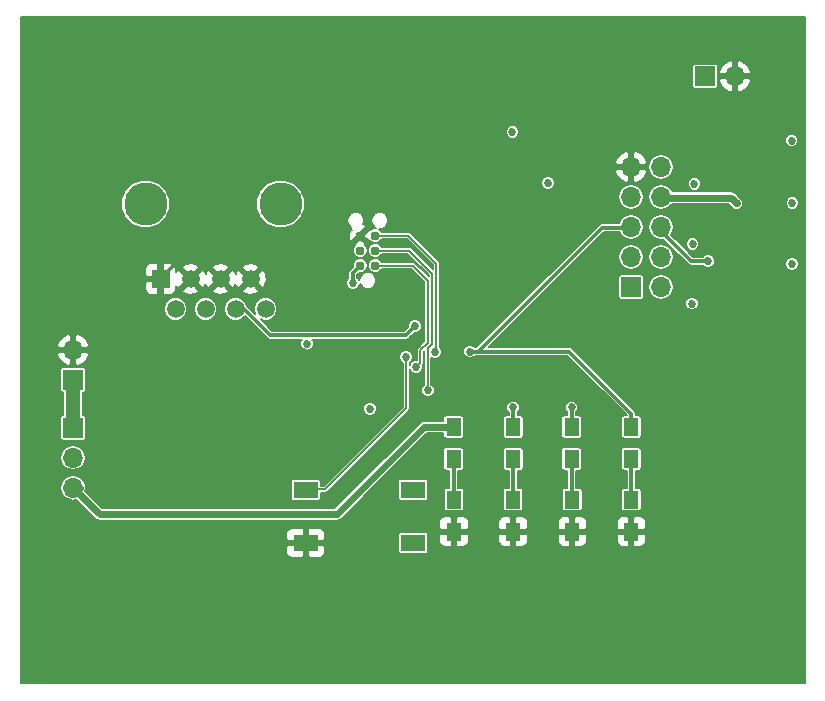
<source format=gbr>
G04 #@! TF.FileFunction,Copper,L1,Top,Signal*
%FSLAX46Y46*%
G04 Gerber Fmt 4.6, Leading zero omitted, Abs format (unit mm)*
G04 Created by KiCad (PCBNEW 4.0.0-rc1-stable) date 05/10/2017 19:39:07*
%MOMM*%
G01*
G04 APERTURE LIST*
%ADD10C,0.100000*%
%ADD11C,0.685800*%
%ADD12R,1.700000X1.700000*%
%ADD13O,1.700000X1.700000*%
%ADD14C,3.650000*%
%ADD15R,1.500000X1.500000*%
%ADD16C,1.500000*%
%ADD17R,2.100000X1.400000*%
%ADD18C,0.787400*%
%ADD19R,1.300000X1.500000*%
%ADD20C,0.304800*%
%ADD21C,0.609600*%
%ADD22C,0.152400*%
%ADD23C,1.219200*%
G04 APERTURE END LIST*
D10*
D11*
X199110000Y-101560000D03*
X201650000Y-101540000D03*
X200570000Y-100220000D03*
X202990000Y-100120000D03*
X204170000Y-98700000D03*
X201980000Y-98700000D03*
X204130000Y-97090000D03*
X204200000Y-95420000D03*
X195750000Y-102550000D03*
X196700000Y-101300000D03*
X194350000Y-101300000D03*
X195450000Y-100050000D03*
X193400000Y-100050000D03*
X194500000Y-98600000D03*
X196900000Y-98600000D03*
X207950000Y-92050000D03*
X207950000Y-94600000D03*
D12*
X159450000Y-105600000D03*
D13*
X159450000Y-103060000D03*
D12*
X159450000Y-109650000D03*
D13*
X159450000Y-112190000D03*
X159450000Y-114730000D03*
D12*
X206700000Y-97750000D03*
D13*
X209240000Y-97750000D03*
X206700000Y-95210000D03*
X209240000Y-95210000D03*
X206700000Y-92670000D03*
X209240000Y-92670000D03*
X206700000Y-90130000D03*
X209240000Y-90130000D03*
X206700000Y-87590000D03*
X209240000Y-87590000D03*
D14*
X177020000Y-90710000D03*
X165590000Y-90710000D03*
D15*
X166860000Y-97060000D03*
D16*
X168130000Y-99600000D03*
X169400000Y-97060000D03*
X170670000Y-99600000D03*
X171940000Y-97060000D03*
X173210000Y-99600000D03*
X174480000Y-97060000D03*
X175750000Y-99600000D03*
D12*
X212960000Y-79900000D03*
D13*
X215500000Y-79900000D03*
D17*
X179150000Y-119400000D03*
X188250000Y-119400000D03*
X188250000Y-114900000D03*
X179150000Y-114900000D03*
D18*
X185035000Y-95920000D03*
X183765000Y-95920000D03*
X185035000Y-94650000D03*
X183765000Y-94650000D03*
X185035000Y-93380000D03*
X183765000Y-93380000D03*
D19*
X196700000Y-118450000D03*
X196700000Y-115750000D03*
X201700000Y-118450000D03*
X201700000Y-115750000D03*
X206700000Y-118450000D03*
X206700000Y-115750000D03*
X191700000Y-118450000D03*
X191700000Y-115750000D03*
X196713000Y-109590000D03*
X196713000Y-112290000D03*
X201661000Y-109590000D03*
X201661000Y-112290000D03*
X206709000Y-109590000D03*
X206709000Y-112290000D03*
X191670000Y-109590000D03*
X191670000Y-112290000D03*
D11*
X168050000Y-95800000D03*
X173000000Y-95950000D03*
X213200000Y-95550000D03*
X215630000Y-90650000D03*
X193050000Y-103200000D03*
X201660000Y-107930000D03*
X196710000Y-107930000D03*
X196650000Y-84600000D03*
X199669400Y-88925400D03*
X220294200Y-85344000D03*
X220345000Y-90627200D03*
X220319600Y-95783400D03*
X190100000Y-103250000D03*
X187650000Y-103650000D03*
X189490000Y-106490000D03*
X188500000Y-104500000D03*
X179247800Y-102539800D03*
X184600000Y-108050000D03*
X183150000Y-97400000D03*
X211850000Y-99150000D03*
X211900000Y-94100000D03*
X212050000Y-89000000D03*
X188400000Y-101050000D03*
D20*
X166880000Y-97100000D02*
X166880000Y-96970000D01*
X166880000Y-96970000D02*
X168050000Y-95800000D01*
X171960000Y-97100000D02*
X171960000Y-96990000D01*
X171960000Y-96990000D02*
X173000000Y-95950000D01*
X211800000Y-95550000D02*
X213200000Y-95550000D01*
X209240000Y-92990000D02*
X211800000Y-95550000D01*
D21*
X215160000Y-90180000D02*
X215630000Y-90650000D01*
X215160000Y-90180000D02*
X209240000Y-90180000D01*
D20*
X206700000Y-92720000D02*
X204230000Y-92720000D01*
X204230000Y-92720000D02*
X193750000Y-103200000D01*
D21*
X206700000Y-92720000D02*
X206570000Y-92850000D01*
D20*
X206709000Y-109590000D02*
X206709000Y-108449000D01*
X201460000Y-103200000D02*
X193050000Y-103200000D01*
X206709000Y-108449000D02*
X201460000Y-103200000D01*
X193750000Y-103200000D02*
X193050000Y-103200000D01*
X201661000Y-107931000D02*
X201661000Y-109590000D01*
X201660000Y-107930000D02*
X201661000Y-107931000D01*
X196713000Y-107933000D02*
X196713000Y-109590000D01*
X196710000Y-107930000D02*
X196713000Y-107933000D01*
D21*
X199669400Y-88925400D02*
X199694800Y-88925400D01*
D20*
X191670000Y-112290000D02*
X191670000Y-115720000D01*
X191670000Y-115720000D02*
X191700000Y-115750000D01*
D22*
X185035000Y-93380000D02*
X187830000Y-93380000D01*
X190200000Y-103150000D02*
X190100000Y-103250000D01*
X190200000Y-95750000D02*
X190200000Y-103150000D01*
X187830000Y-93380000D02*
X190200000Y-95750000D01*
X179900000Y-114850000D02*
X180800000Y-114850000D01*
X180800000Y-114850000D02*
X187650000Y-108000000D01*
X187650000Y-108000000D02*
X187650000Y-103650000D01*
X179250000Y-115500000D02*
X179900000Y-114850000D01*
D20*
X196713000Y-112290000D02*
X196713000Y-115737000D01*
X196713000Y-115737000D02*
X196700000Y-115750000D01*
X201661000Y-112290000D02*
X201661000Y-115711000D01*
X201661000Y-115711000D02*
X201700000Y-115750000D01*
X206709000Y-112290000D02*
X206709000Y-115741000D01*
X206709000Y-115741000D02*
X206700000Y-115750000D01*
D23*
X159450000Y-105600000D02*
X159450000Y-109650000D01*
D21*
X159450000Y-114730000D02*
X161710000Y-116990000D01*
X189200000Y-109590000D02*
X191670000Y-109590000D01*
X181800000Y-116990000D02*
X189200000Y-109590000D01*
X161710000Y-116990000D02*
X181800000Y-116990000D01*
D20*
X159450000Y-114730000D02*
X159450000Y-115450000D01*
D21*
X159450000Y-114730000D02*
X160030000Y-114730000D01*
D22*
X185035000Y-94650000D02*
X187890000Y-94650000D01*
X189490000Y-102900000D02*
X189490000Y-106490000D01*
X189850000Y-102540000D02*
X189490000Y-102900000D01*
X189850000Y-96610000D02*
X189850000Y-102540000D01*
X187890000Y-94650000D02*
X189850000Y-96610000D01*
X185035000Y-95920000D02*
X188220000Y-95920000D01*
X188220000Y-95920000D02*
X189500000Y-97200000D01*
X189500000Y-97200000D02*
X189500000Y-102450000D01*
X189500000Y-102450000D02*
X188850000Y-103100000D01*
X188850000Y-103100000D02*
X188850000Y-104150000D01*
X188850000Y-104150000D02*
X188500000Y-104500000D01*
D20*
X183765000Y-95920000D02*
X183150000Y-96535000D01*
X183150000Y-96535000D02*
X183150000Y-97400000D01*
X173900000Y-99600000D02*
X176100000Y-101800000D01*
X176100000Y-101800000D02*
X187650000Y-101800000D01*
X187650000Y-101800000D02*
X188400000Y-101050000D01*
X173210000Y-99600000D02*
X173900000Y-99600000D01*
D22*
G36*
X221396400Y-131296400D02*
X155003600Y-131296400D01*
X155003600Y-119723850D01*
X177515800Y-119723850D01*
X177515800Y-120216205D01*
X177604739Y-120430923D01*
X177769078Y-120595261D01*
X177983796Y-120684200D01*
X178826150Y-120684200D01*
X178972200Y-120538150D01*
X178972200Y-119577800D01*
X179327800Y-119577800D01*
X179327800Y-120538150D01*
X179473850Y-120684200D01*
X180316204Y-120684200D01*
X180530922Y-120595261D01*
X180695261Y-120430923D01*
X180784200Y-120216205D01*
X180784200Y-119723850D01*
X180638150Y-119577800D01*
X179327800Y-119577800D01*
X178972200Y-119577800D01*
X177661850Y-119577800D01*
X177515800Y-119723850D01*
X155003600Y-119723850D01*
X155003600Y-118583795D01*
X177515800Y-118583795D01*
X177515800Y-119076150D01*
X177661850Y-119222200D01*
X178972200Y-119222200D01*
X178972200Y-118261850D01*
X179327800Y-118261850D01*
X179327800Y-119222200D01*
X180638150Y-119222200D01*
X180784200Y-119076150D01*
X180784200Y-118700000D01*
X186966922Y-118700000D01*
X186966922Y-120100000D01*
X186982862Y-120184714D01*
X187032928Y-120262518D01*
X187109320Y-120314715D01*
X187200000Y-120333078D01*
X189300000Y-120333078D01*
X189384714Y-120317138D01*
X189462518Y-120267072D01*
X189514715Y-120190680D01*
X189533078Y-120100000D01*
X189533078Y-118773850D01*
X190465800Y-118773850D01*
X190465800Y-119316205D01*
X190554739Y-119530923D01*
X190719078Y-119695261D01*
X190933796Y-119784200D01*
X191376150Y-119784200D01*
X191522200Y-119638150D01*
X191522200Y-118627800D01*
X191877800Y-118627800D01*
X191877800Y-119638150D01*
X192023850Y-119784200D01*
X192466204Y-119784200D01*
X192680922Y-119695261D01*
X192845261Y-119530923D01*
X192934200Y-119316205D01*
X192934200Y-118773850D01*
X195465800Y-118773850D01*
X195465800Y-119316205D01*
X195554739Y-119530923D01*
X195719078Y-119695261D01*
X195933796Y-119784200D01*
X196376150Y-119784200D01*
X196522200Y-119638150D01*
X196522200Y-118627800D01*
X196877800Y-118627800D01*
X196877800Y-119638150D01*
X197023850Y-119784200D01*
X197466204Y-119784200D01*
X197680922Y-119695261D01*
X197845261Y-119530923D01*
X197934200Y-119316205D01*
X197934200Y-118773850D01*
X200465800Y-118773850D01*
X200465800Y-119316205D01*
X200554739Y-119530923D01*
X200719078Y-119695261D01*
X200933796Y-119784200D01*
X201376150Y-119784200D01*
X201522200Y-119638150D01*
X201522200Y-118627800D01*
X201877800Y-118627800D01*
X201877800Y-119638150D01*
X202023850Y-119784200D01*
X202466204Y-119784200D01*
X202680922Y-119695261D01*
X202845261Y-119530923D01*
X202934200Y-119316205D01*
X202934200Y-118773850D01*
X205465800Y-118773850D01*
X205465800Y-119316205D01*
X205554739Y-119530923D01*
X205719078Y-119695261D01*
X205933796Y-119784200D01*
X206376150Y-119784200D01*
X206522200Y-119638150D01*
X206522200Y-118627800D01*
X206877800Y-118627800D01*
X206877800Y-119638150D01*
X207023850Y-119784200D01*
X207466204Y-119784200D01*
X207680922Y-119695261D01*
X207845261Y-119530923D01*
X207934200Y-119316205D01*
X207934200Y-118773850D01*
X207788150Y-118627800D01*
X206877800Y-118627800D01*
X206522200Y-118627800D01*
X205611850Y-118627800D01*
X205465800Y-118773850D01*
X202934200Y-118773850D01*
X202788150Y-118627800D01*
X201877800Y-118627800D01*
X201522200Y-118627800D01*
X200611850Y-118627800D01*
X200465800Y-118773850D01*
X197934200Y-118773850D01*
X197788150Y-118627800D01*
X196877800Y-118627800D01*
X196522200Y-118627800D01*
X195611850Y-118627800D01*
X195465800Y-118773850D01*
X192934200Y-118773850D01*
X192788150Y-118627800D01*
X191877800Y-118627800D01*
X191522200Y-118627800D01*
X190611850Y-118627800D01*
X190465800Y-118773850D01*
X189533078Y-118773850D01*
X189533078Y-118700000D01*
X189517138Y-118615286D01*
X189467072Y-118537482D01*
X189390680Y-118485285D01*
X189300000Y-118466922D01*
X187200000Y-118466922D01*
X187115286Y-118482862D01*
X187037482Y-118532928D01*
X186985285Y-118609320D01*
X186966922Y-118700000D01*
X180784200Y-118700000D01*
X180784200Y-118583795D01*
X180695261Y-118369077D01*
X180530922Y-118204739D01*
X180316204Y-118115800D01*
X179473850Y-118115800D01*
X179327800Y-118261850D01*
X178972200Y-118261850D01*
X178826150Y-118115800D01*
X177983796Y-118115800D01*
X177769078Y-118204739D01*
X177604739Y-118369077D01*
X177515800Y-118583795D01*
X155003600Y-118583795D01*
X155003600Y-117583795D01*
X190465800Y-117583795D01*
X190465800Y-118126150D01*
X190611850Y-118272200D01*
X191522200Y-118272200D01*
X191522200Y-117261850D01*
X191877800Y-117261850D01*
X191877800Y-118272200D01*
X192788150Y-118272200D01*
X192934200Y-118126150D01*
X192934200Y-117583795D01*
X195465800Y-117583795D01*
X195465800Y-118126150D01*
X195611850Y-118272200D01*
X196522200Y-118272200D01*
X196522200Y-117261850D01*
X196877800Y-117261850D01*
X196877800Y-118272200D01*
X197788150Y-118272200D01*
X197934200Y-118126150D01*
X197934200Y-117583795D01*
X200465800Y-117583795D01*
X200465800Y-118126150D01*
X200611850Y-118272200D01*
X201522200Y-118272200D01*
X201522200Y-117261850D01*
X201877800Y-117261850D01*
X201877800Y-118272200D01*
X202788150Y-118272200D01*
X202934200Y-118126150D01*
X202934200Y-117583795D01*
X205465800Y-117583795D01*
X205465800Y-118126150D01*
X205611850Y-118272200D01*
X206522200Y-118272200D01*
X206522200Y-117261850D01*
X206877800Y-117261850D01*
X206877800Y-118272200D01*
X207788150Y-118272200D01*
X207934200Y-118126150D01*
X207934200Y-117583795D01*
X207845261Y-117369077D01*
X207680922Y-117204739D01*
X207466204Y-117115800D01*
X207023850Y-117115800D01*
X206877800Y-117261850D01*
X206522200Y-117261850D01*
X206376150Y-117115800D01*
X205933796Y-117115800D01*
X205719078Y-117204739D01*
X205554739Y-117369077D01*
X205465800Y-117583795D01*
X202934200Y-117583795D01*
X202845261Y-117369077D01*
X202680922Y-117204739D01*
X202466204Y-117115800D01*
X202023850Y-117115800D01*
X201877800Y-117261850D01*
X201522200Y-117261850D01*
X201376150Y-117115800D01*
X200933796Y-117115800D01*
X200719078Y-117204739D01*
X200554739Y-117369077D01*
X200465800Y-117583795D01*
X197934200Y-117583795D01*
X197845261Y-117369077D01*
X197680922Y-117204739D01*
X197466204Y-117115800D01*
X197023850Y-117115800D01*
X196877800Y-117261850D01*
X196522200Y-117261850D01*
X196376150Y-117115800D01*
X195933796Y-117115800D01*
X195719078Y-117204739D01*
X195554739Y-117369077D01*
X195465800Y-117583795D01*
X192934200Y-117583795D01*
X192845261Y-117369077D01*
X192680922Y-117204739D01*
X192466204Y-117115800D01*
X192023850Y-117115800D01*
X191877800Y-117261850D01*
X191522200Y-117261850D01*
X191376150Y-117115800D01*
X190933796Y-117115800D01*
X190719078Y-117204739D01*
X190554739Y-117369077D01*
X190465800Y-117583795D01*
X155003600Y-117583795D01*
X155003600Y-114730000D01*
X158350269Y-114730000D01*
X158432373Y-115142762D01*
X158666184Y-115492685D01*
X159016107Y-115726496D01*
X159265420Y-115776088D01*
X159304198Y-115801998D01*
X159450000Y-115831000D01*
X159595802Y-115801998D01*
X159634580Y-115776088D01*
X159723966Y-115758308D01*
X161332829Y-117367171D01*
X161505877Y-117482797D01*
X161710000Y-117523401D01*
X161710005Y-117523400D01*
X181800000Y-117523400D01*
X182004123Y-117482797D01*
X182177171Y-117367171D01*
X185344342Y-114200000D01*
X186966922Y-114200000D01*
X186966922Y-115600000D01*
X186982862Y-115684714D01*
X187032928Y-115762518D01*
X187109320Y-115814715D01*
X187200000Y-115833078D01*
X189300000Y-115833078D01*
X189384714Y-115817138D01*
X189462518Y-115767072D01*
X189514715Y-115690680D01*
X189533078Y-115600000D01*
X189533078Y-114200000D01*
X189517138Y-114115286D01*
X189467072Y-114037482D01*
X189390680Y-113985285D01*
X189300000Y-113966922D01*
X187200000Y-113966922D01*
X187115286Y-113982862D01*
X187037482Y-114032928D01*
X186985285Y-114109320D01*
X186966922Y-114200000D01*
X185344342Y-114200000D01*
X188004342Y-111540000D01*
X190786922Y-111540000D01*
X190786922Y-113040000D01*
X190802862Y-113124714D01*
X190852928Y-113202518D01*
X190929320Y-113254715D01*
X191020000Y-113273078D01*
X191289000Y-113273078D01*
X191289000Y-114766922D01*
X191050000Y-114766922D01*
X190965286Y-114782862D01*
X190887482Y-114832928D01*
X190835285Y-114909320D01*
X190816922Y-115000000D01*
X190816922Y-116500000D01*
X190832862Y-116584714D01*
X190882928Y-116662518D01*
X190959320Y-116714715D01*
X191050000Y-116733078D01*
X192350000Y-116733078D01*
X192434714Y-116717138D01*
X192512518Y-116667072D01*
X192564715Y-116590680D01*
X192583078Y-116500000D01*
X192583078Y-115000000D01*
X195816922Y-115000000D01*
X195816922Y-116500000D01*
X195832862Y-116584714D01*
X195882928Y-116662518D01*
X195959320Y-116714715D01*
X196050000Y-116733078D01*
X197350000Y-116733078D01*
X197434714Y-116717138D01*
X197512518Y-116667072D01*
X197564715Y-116590680D01*
X197583078Y-116500000D01*
X197583078Y-115000000D01*
X197567138Y-114915286D01*
X197517072Y-114837482D01*
X197440680Y-114785285D01*
X197350000Y-114766922D01*
X197094000Y-114766922D01*
X197094000Y-113273078D01*
X197363000Y-113273078D01*
X197447714Y-113257138D01*
X197525518Y-113207072D01*
X197577715Y-113130680D01*
X197596078Y-113040000D01*
X197596078Y-111540000D01*
X200777922Y-111540000D01*
X200777922Y-113040000D01*
X200793862Y-113124714D01*
X200843928Y-113202518D01*
X200920320Y-113254715D01*
X201011000Y-113273078D01*
X201280000Y-113273078D01*
X201280000Y-114766922D01*
X201050000Y-114766922D01*
X200965286Y-114782862D01*
X200887482Y-114832928D01*
X200835285Y-114909320D01*
X200816922Y-115000000D01*
X200816922Y-116500000D01*
X200832862Y-116584714D01*
X200882928Y-116662518D01*
X200959320Y-116714715D01*
X201050000Y-116733078D01*
X202350000Y-116733078D01*
X202434714Y-116717138D01*
X202512518Y-116667072D01*
X202564715Y-116590680D01*
X202583078Y-116500000D01*
X202583078Y-115000000D01*
X205816922Y-115000000D01*
X205816922Y-116500000D01*
X205832862Y-116584714D01*
X205882928Y-116662518D01*
X205959320Y-116714715D01*
X206050000Y-116733078D01*
X207350000Y-116733078D01*
X207434714Y-116717138D01*
X207512518Y-116667072D01*
X207564715Y-116590680D01*
X207583078Y-116500000D01*
X207583078Y-115000000D01*
X207567138Y-114915286D01*
X207517072Y-114837482D01*
X207440680Y-114785285D01*
X207350000Y-114766922D01*
X207090000Y-114766922D01*
X207090000Y-113273078D01*
X207359000Y-113273078D01*
X207443714Y-113257138D01*
X207521518Y-113207072D01*
X207573715Y-113130680D01*
X207592078Y-113040000D01*
X207592078Y-111540000D01*
X207576138Y-111455286D01*
X207526072Y-111377482D01*
X207449680Y-111325285D01*
X207359000Y-111306922D01*
X206059000Y-111306922D01*
X205974286Y-111322862D01*
X205896482Y-111372928D01*
X205844285Y-111449320D01*
X205825922Y-111540000D01*
X205825922Y-113040000D01*
X205841862Y-113124714D01*
X205891928Y-113202518D01*
X205968320Y-113254715D01*
X206059000Y-113273078D01*
X206328000Y-113273078D01*
X206328000Y-114766922D01*
X206050000Y-114766922D01*
X205965286Y-114782862D01*
X205887482Y-114832928D01*
X205835285Y-114909320D01*
X205816922Y-115000000D01*
X202583078Y-115000000D01*
X202567138Y-114915286D01*
X202517072Y-114837482D01*
X202440680Y-114785285D01*
X202350000Y-114766922D01*
X202042000Y-114766922D01*
X202042000Y-113273078D01*
X202311000Y-113273078D01*
X202395714Y-113257138D01*
X202473518Y-113207072D01*
X202525715Y-113130680D01*
X202544078Y-113040000D01*
X202544078Y-111540000D01*
X202528138Y-111455286D01*
X202478072Y-111377482D01*
X202401680Y-111325285D01*
X202311000Y-111306922D01*
X201011000Y-111306922D01*
X200926286Y-111322862D01*
X200848482Y-111372928D01*
X200796285Y-111449320D01*
X200777922Y-111540000D01*
X197596078Y-111540000D01*
X197580138Y-111455286D01*
X197530072Y-111377482D01*
X197453680Y-111325285D01*
X197363000Y-111306922D01*
X196063000Y-111306922D01*
X195978286Y-111322862D01*
X195900482Y-111372928D01*
X195848285Y-111449320D01*
X195829922Y-111540000D01*
X195829922Y-113040000D01*
X195845862Y-113124714D01*
X195895928Y-113202518D01*
X195972320Y-113254715D01*
X196063000Y-113273078D01*
X196332000Y-113273078D01*
X196332000Y-114766922D01*
X196050000Y-114766922D01*
X195965286Y-114782862D01*
X195887482Y-114832928D01*
X195835285Y-114909320D01*
X195816922Y-115000000D01*
X192583078Y-115000000D01*
X192567138Y-114915286D01*
X192517072Y-114837482D01*
X192440680Y-114785285D01*
X192350000Y-114766922D01*
X192051000Y-114766922D01*
X192051000Y-113273078D01*
X192320000Y-113273078D01*
X192404714Y-113257138D01*
X192482518Y-113207072D01*
X192534715Y-113130680D01*
X192553078Y-113040000D01*
X192553078Y-111540000D01*
X192537138Y-111455286D01*
X192487072Y-111377482D01*
X192410680Y-111325285D01*
X192320000Y-111306922D01*
X191020000Y-111306922D01*
X190935286Y-111322862D01*
X190857482Y-111372928D01*
X190805285Y-111449320D01*
X190786922Y-111540000D01*
X188004342Y-111540000D01*
X189420942Y-110123400D01*
X190786922Y-110123400D01*
X190786922Y-110340000D01*
X190802862Y-110424714D01*
X190852928Y-110502518D01*
X190929320Y-110554715D01*
X191020000Y-110573078D01*
X192320000Y-110573078D01*
X192404714Y-110557138D01*
X192482518Y-110507072D01*
X192534715Y-110430680D01*
X192553078Y-110340000D01*
X192553078Y-108840000D01*
X195829922Y-108840000D01*
X195829922Y-110340000D01*
X195845862Y-110424714D01*
X195895928Y-110502518D01*
X195972320Y-110554715D01*
X196063000Y-110573078D01*
X197363000Y-110573078D01*
X197447714Y-110557138D01*
X197525518Y-110507072D01*
X197577715Y-110430680D01*
X197596078Y-110340000D01*
X197596078Y-108840000D01*
X200777922Y-108840000D01*
X200777922Y-110340000D01*
X200793862Y-110424714D01*
X200843928Y-110502518D01*
X200920320Y-110554715D01*
X201011000Y-110573078D01*
X202311000Y-110573078D01*
X202395714Y-110557138D01*
X202473518Y-110507072D01*
X202525715Y-110430680D01*
X202544078Y-110340000D01*
X202544078Y-108840000D01*
X202528138Y-108755286D01*
X202478072Y-108677482D01*
X202401680Y-108625285D01*
X202311000Y-108606922D01*
X202042000Y-108606922D01*
X202042000Y-108356184D01*
X202144211Y-108254151D01*
X202231400Y-108044177D01*
X202231599Y-107816820D01*
X202144776Y-107606694D01*
X201984151Y-107445789D01*
X201774177Y-107358600D01*
X201546820Y-107358401D01*
X201336694Y-107445224D01*
X201175789Y-107605849D01*
X201088600Y-107815823D01*
X201088401Y-108043180D01*
X201175224Y-108253306D01*
X201280000Y-108358265D01*
X201280000Y-108606922D01*
X201011000Y-108606922D01*
X200926286Y-108622862D01*
X200848482Y-108672928D01*
X200796285Y-108749320D01*
X200777922Y-108840000D01*
X197596078Y-108840000D01*
X197580138Y-108755286D01*
X197530072Y-108677482D01*
X197453680Y-108625285D01*
X197363000Y-108606922D01*
X197094000Y-108606922D01*
X197094000Y-108354188D01*
X197194211Y-108254151D01*
X197281400Y-108044177D01*
X197281599Y-107816820D01*
X197194776Y-107606694D01*
X197034151Y-107445789D01*
X196824177Y-107358600D01*
X196596820Y-107358401D01*
X196386694Y-107445224D01*
X196225789Y-107605849D01*
X196138600Y-107815823D01*
X196138401Y-108043180D01*
X196225224Y-108253306D01*
X196332000Y-108360268D01*
X196332000Y-108606922D01*
X196063000Y-108606922D01*
X195978286Y-108622862D01*
X195900482Y-108672928D01*
X195848285Y-108749320D01*
X195829922Y-108840000D01*
X192553078Y-108840000D01*
X192537138Y-108755286D01*
X192487072Y-108677482D01*
X192410680Y-108625285D01*
X192320000Y-108606922D01*
X191020000Y-108606922D01*
X190935286Y-108622862D01*
X190857482Y-108672928D01*
X190805285Y-108749320D01*
X190786922Y-108840000D01*
X190786922Y-109056600D01*
X189200000Y-109056600D01*
X188995876Y-109097203D01*
X188822829Y-109212829D01*
X181579058Y-116456600D01*
X161930942Y-116456600D01*
X160492427Y-115018085D01*
X160503334Y-114963252D01*
X160522797Y-114934123D01*
X160563400Y-114730000D01*
X160522797Y-114525877D01*
X160503334Y-114496748D01*
X160467627Y-114317238D01*
X160389292Y-114200000D01*
X177866922Y-114200000D01*
X177866922Y-115600000D01*
X177882862Y-115684714D01*
X177932928Y-115762518D01*
X178009320Y-115814715D01*
X178100000Y-115833078D01*
X180200000Y-115833078D01*
X180284714Y-115817138D01*
X180362518Y-115767072D01*
X180414715Y-115690680D01*
X180433078Y-115600000D01*
X180433078Y-115154800D01*
X180800000Y-115154800D01*
X180916642Y-115131598D01*
X181015526Y-115065526D01*
X187865526Y-108215526D01*
X187900502Y-108163180D01*
X187931598Y-108116642D01*
X187954800Y-108000000D01*
X187954800Y-104677070D01*
X188015224Y-104823306D01*
X188175849Y-104984211D01*
X188385823Y-105071400D01*
X188613180Y-105071599D01*
X188823306Y-104984776D01*
X188984211Y-104824151D01*
X189071400Y-104614177D01*
X189071599Y-104386820D01*
X189063597Y-104367455D01*
X189065526Y-104365526D01*
X189131598Y-104266642D01*
X189154800Y-104150000D01*
X189154800Y-103226252D01*
X189185200Y-103195852D01*
X189185200Y-105997577D01*
X189166694Y-106005224D01*
X189005789Y-106165849D01*
X188918600Y-106375823D01*
X188918401Y-106603180D01*
X189005224Y-106813306D01*
X189165849Y-106974211D01*
X189375823Y-107061400D01*
X189603180Y-107061599D01*
X189813306Y-106974776D01*
X189974211Y-106814151D01*
X190061400Y-106604177D01*
X190061599Y-106376820D01*
X189974776Y-106166694D01*
X189814151Y-106005789D01*
X189794800Y-105997754D01*
X189794800Y-103742080D01*
X189985823Y-103821400D01*
X190213180Y-103821599D01*
X190423306Y-103734776D01*
X190584211Y-103574151D01*
X190671400Y-103364177D01*
X190671444Y-103313180D01*
X192478401Y-103313180D01*
X192565224Y-103523306D01*
X192725849Y-103684211D01*
X192935823Y-103771400D01*
X193163180Y-103771599D01*
X193373306Y-103684776D01*
X193477263Y-103581000D01*
X201302184Y-103581000D01*
X206328000Y-108606816D01*
X206328000Y-108606922D01*
X206059000Y-108606922D01*
X205974286Y-108622862D01*
X205896482Y-108672928D01*
X205844285Y-108749320D01*
X205825922Y-108840000D01*
X205825922Y-110340000D01*
X205841862Y-110424714D01*
X205891928Y-110502518D01*
X205968320Y-110554715D01*
X206059000Y-110573078D01*
X207359000Y-110573078D01*
X207443714Y-110557138D01*
X207521518Y-110507072D01*
X207573715Y-110430680D01*
X207592078Y-110340000D01*
X207592078Y-108840000D01*
X207576138Y-108755286D01*
X207526072Y-108677482D01*
X207449680Y-108625285D01*
X207359000Y-108606922D01*
X207090000Y-108606922D01*
X207090000Y-108449000D01*
X207075112Y-108374151D01*
X207060998Y-108303197D01*
X206978408Y-108179592D01*
X201729408Y-102930592D01*
X201605803Y-102848002D01*
X201460000Y-102819000D01*
X194669816Y-102819000D01*
X198225636Y-99263180D01*
X211278401Y-99263180D01*
X211365224Y-99473306D01*
X211525849Y-99634211D01*
X211735823Y-99721400D01*
X211963180Y-99721599D01*
X212173306Y-99634776D01*
X212334211Y-99474151D01*
X212421400Y-99264177D01*
X212421599Y-99036820D01*
X212334776Y-98826694D01*
X212174151Y-98665789D01*
X211964177Y-98578600D01*
X211736820Y-98578401D01*
X211526694Y-98665224D01*
X211365789Y-98825849D01*
X211278600Y-99035823D01*
X211278401Y-99263180D01*
X198225636Y-99263180D01*
X200588816Y-96900000D01*
X205616922Y-96900000D01*
X205616922Y-98600000D01*
X205632862Y-98684714D01*
X205682928Y-98762518D01*
X205759320Y-98814715D01*
X205850000Y-98833078D01*
X207550000Y-98833078D01*
X207634714Y-98817138D01*
X207712518Y-98767072D01*
X207764715Y-98690680D01*
X207783078Y-98600000D01*
X207783078Y-97750000D01*
X208140269Y-97750000D01*
X208222373Y-98162762D01*
X208456184Y-98512685D01*
X208806107Y-98746496D01*
X209218869Y-98828600D01*
X209261131Y-98828600D01*
X209673893Y-98746496D01*
X210023816Y-98512685D01*
X210257627Y-98162762D01*
X210339731Y-97750000D01*
X210257627Y-97337238D01*
X210023816Y-96987315D01*
X209673893Y-96753504D01*
X209261131Y-96671400D01*
X209218869Y-96671400D01*
X208806107Y-96753504D01*
X208456184Y-96987315D01*
X208222373Y-97337238D01*
X208140269Y-97750000D01*
X207783078Y-97750000D01*
X207783078Y-96900000D01*
X207767138Y-96815286D01*
X207717072Y-96737482D01*
X207640680Y-96685285D01*
X207550000Y-96666922D01*
X205850000Y-96666922D01*
X205765286Y-96682862D01*
X205687482Y-96732928D01*
X205635285Y-96809320D01*
X205616922Y-96900000D01*
X200588816Y-96900000D01*
X202278816Y-95210000D01*
X205600269Y-95210000D01*
X205682373Y-95622762D01*
X205916184Y-95972685D01*
X206266107Y-96206496D01*
X206678869Y-96288600D01*
X206721131Y-96288600D01*
X207133893Y-96206496D01*
X207483816Y-95972685D01*
X207717627Y-95622762D01*
X207799731Y-95210000D01*
X208140269Y-95210000D01*
X208222373Y-95622762D01*
X208456184Y-95972685D01*
X208806107Y-96206496D01*
X209218869Y-96288600D01*
X209261131Y-96288600D01*
X209673893Y-96206496D01*
X210023816Y-95972685D01*
X210257627Y-95622762D01*
X210339731Y-95210000D01*
X210257627Y-94797238D01*
X210023816Y-94447315D01*
X209673893Y-94213504D01*
X209261131Y-94131400D01*
X209218869Y-94131400D01*
X208806107Y-94213504D01*
X208456184Y-94447315D01*
X208222373Y-94797238D01*
X208140269Y-95210000D01*
X207799731Y-95210000D01*
X207717627Y-94797238D01*
X207483816Y-94447315D01*
X207133893Y-94213504D01*
X206721131Y-94131400D01*
X206678869Y-94131400D01*
X206266107Y-94213504D01*
X205916184Y-94447315D01*
X205682373Y-94797238D01*
X205600269Y-95210000D01*
X202278816Y-95210000D01*
X204387816Y-93101000D01*
X205694559Y-93101000D01*
X205916184Y-93432685D01*
X206266107Y-93666496D01*
X206678869Y-93748600D01*
X206721131Y-93748600D01*
X207133893Y-93666496D01*
X207483816Y-93432685D01*
X207717627Y-93082762D01*
X207799731Y-92670000D01*
X208140269Y-92670000D01*
X208222373Y-93082762D01*
X208456184Y-93432685D01*
X208806107Y-93666496D01*
X209218869Y-93748600D01*
X209261131Y-93748600D01*
X209426825Y-93715641D01*
X211530590Y-95819405D01*
X211530592Y-95819408D01*
X211597922Y-95864396D01*
X211654198Y-95901998D01*
X211800000Y-95931001D01*
X211800005Y-95931000D01*
X212772818Y-95931000D01*
X212875849Y-96034211D01*
X213085823Y-96121400D01*
X213313180Y-96121599D01*
X213523306Y-96034776D01*
X213661742Y-95896580D01*
X219748001Y-95896580D01*
X219834824Y-96106706D01*
X219995449Y-96267611D01*
X220205423Y-96354800D01*
X220432780Y-96354999D01*
X220642906Y-96268176D01*
X220803811Y-96107551D01*
X220891000Y-95897577D01*
X220891199Y-95670220D01*
X220804376Y-95460094D01*
X220643751Y-95299189D01*
X220433777Y-95212000D01*
X220206420Y-95211801D01*
X219996294Y-95298624D01*
X219835389Y-95459249D01*
X219748200Y-95669223D01*
X219748001Y-95896580D01*
X213661742Y-95896580D01*
X213684211Y-95874151D01*
X213771400Y-95664177D01*
X213771599Y-95436820D01*
X213684776Y-95226694D01*
X213524151Y-95065789D01*
X213314177Y-94978600D01*
X213086820Y-94978401D01*
X212876694Y-95065224D01*
X212772737Y-95169000D01*
X211957815Y-95169000D01*
X211001995Y-94213180D01*
X211328401Y-94213180D01*
X211415224Y-94423306D01*
X211575849Y-94584211D01*
X211785823Y-94671400D01*
X212013180Y-94671599D01*
X212223306Y-94584776D01*
X212384211Y-94424151D01*
X212471400Y-94214177D01*
X212471599Y-93986820D01*
X212384776Y-93776694D01*
X212224151Y-93615789D01*
X212014177Y-93528600D01*
X211786820Y-93528401D01*
X211576694Y-93615224D01*
X211415789Y-93775849D01*
X211328600Y-93985823D01*
X211328401Y-94213180D01*
X211001995Y-94213180D01*
X210102997Y-93314182D01*
X210257627Y-93082762D01*
X210339731Y-92670000D01*
X210257627Y-92257238D01*
X210023816Y-91907315D01*
X209673893Y-91673504D01*
X209261131Y-91591400D01*
X209218869Y-91591400D01*
X208806107Y-91673504D01*
X208456184Y-91907315D01*
X208222373Y-92257238D01*
X208140269Y-92670000D01*
X207799731Y-92670000D01*
X207717627Y-92257238D01*
X207483816Y-91907315D01*
X207133893Y-91673504D01*
X206721131Y-91591400D01*
X206678869Y-91591400D01*
X206266107Y-91673504D01*
X205916184Y-91907315D01*
X205682373Y-92257238D01*
X205666109Y-92339000D01*
X204230000Y-92339000D01*
X204084197Y-92368002D01*
X203960592Y-92450592D01*
X193592184Y-102819000D01*
X193477182Y-102819000D01*
X193374151Y-102715789D01*
X193164177Y-102628600D01*
X192936820Y-102628401D01*
X192726694Y-102715224D01*
X192565789Y-102875849D01*
X192478600Y-103085823D01*
X192478401Y-103313180D01*
X190671444Y-103313180D01*
X190671599Y-103136820D01*
X190584776Y-102926694D01*
X190504800Y-102846579D01*
X190504800Y-95750000D01*
X190481598Y-95633358D01*
X190415526Y-95534474D01*
X188045526Y-93164474D01*
X187946642Y-93098402D01*
X187830000Y-93075200D01*
X185582389Y-93075200D01*
X185562868Y-93027956D01*
X185387965Y-92852747D01*
X185342422Y-92833836D01*
X185559361Y-92834025D01*
X185825521Y-92724050D01*
X186029335Y-92520592D01*
X186139774Y-92254624D01*
X186140025Y-91966639D01*
X186030050Y-91700479D01*
X185826592Y-91496665D01*
X185560624Y-91386226D01*
X185272639Y-91385975D01*
X185006479Y-91495950D01*
X184802665Y-91699408D01*
X184692226Y-91965376D01*
X184691975Y-92253361D01*
X184801950Y-92519521D01*
X185005408Y-92723335D01*
X185088279Y-92757746D01*
X184911760Y-92757592D01*
X184682956Y-92852132D01*
X184598315Y-92936625D01*
X184479197Y-92917250D01*
X184016447Y-93380000D01*
X184479197Y-93842750D01*
X184598305Y-93823377D01*
X184682035Y-93907253D01*
X184910674Y-94002192D01*
X185158240Y-94002408D01*
X185387044Y-93907868D01*
X185562253Y-93732965D01*
X185582253Y-93684800D01*
X187703748Y-93684800D01*
X189895200Y-95876252D01*
X189895200Y-96224148D01*
X188105526Y-94434474D01*
X188006642Y-94368402D01*
X187890000Y-94345200D01*
X185582389Y-94345200D01*
X185562868Y-94297956D01*
X185387965Y-94122747D01*
X185159326Y-94027808D01*
X184911760Y-94027592D01*
X184682956Y-94122132D01*
X184507747Y-94297035D01*
X184412808Y-94525674D01*
X184412592Y-94773240D01*
X184507132Y-95002044D01*
X184682035Y-95177253D01*
X184910674Y-95272192D01*
X185158240Y-95272408D01*
X185387044Y-95177868D01*
X185562253Y-95002965D01*
X185582253Y-94954800D01*
X187763748Y-94954800D01*
X189545200Y-96736252D01*
X189545200Y-96814148D01*
X188435526Y-95704474D01*
X188336642Y-95638402D01*
X188220000Y-95615200D01*
X185582389Y-95615200D01*
X185562868Y-95567956D01*
X185387965Y-95392747D01*
X185159326Y-95297808D01*
X184911760Y-95297592D01*
X184682956Y-95392132D01*
X184507747Y-95567035D01*
X184412808Y-95795674D01*
X184412592Y-96043240D01*
X184507132Y-96272044D01*
X184682035Y-96447253D01*
X184910674Y-96542192D01*
X185158240Y-96542408D01*
X185387044Y-96447868D01*
X185562253Y-96272965D01*
X185582253Y-96224800D01*
X188093748Y-96224800D01*
X189195200Y-97326252D01*
X189195200Y-102323748D01*
X188634474Y-102884474D01*
X188568402Y-102983358D01*
X188545200Y-103100000D01*
X188545200Y-103928540D01*
X188386820Y-103928401D01*
X188176694Y-104015224D01*
X188015789Y-104175849D01*
X187954800Y-104322727D01*
X187954800Y-104142423D01*
X187973306Y-104134776D01*
X188134211Y-103974151D01*
X188221400Y-103764177D01*
X188221599Y-103536820D01*
X188134776Y-103326694D01*
X187974151Y-103165789D01*
X187764177Y-103078600D01*
X187536820Y-103078401D01*
X187326694Y-103165224D01*
X187165789Y-103325849D01*
X187078600Y-103535823D01*
X187078401Y-103763180D01*
X187165224Y-103973306D01*
X187325849Y-104134211D01*
X187345200Y-104142246D01*
X187345200Y-107873748D01*
X180673748Y-114545200D01*
X180433078Y-114545200D01*
X180433078Y-114200000D01*
X180417138Y-114115286D01*
X180367072Y-114037482D01*
X180290680Y-113985285D01*
X180200000Y-113966922D01*
X178100000Y-113966922D01*
X178015286Y-113982862D01*
X177937482Y-114032928D01*
X177885285Y-114109320D01*
X177866922Y-114200000D01*
X160389292Y-114200000D01*
X160233816Y-113967315D01*
X159883893Y-113733504D01*
X159471131Y-113651400D01*
X159428869Y-113651400D01*
X159016107Y-113733504D01*
X158666184Y-113967315D01*
X158432373Y-114317238D01*
X158350269Y-114730000D01*
X155003600Y-114730000D01*
X155003600Y-112190000D01*
X158350269Y-112190000D01*
X158432373Y-112602762D01*
X158666184Y-112952685D01*
X159016107Y-113186496D01*
X159428869Y-113268600D01*
X159471131Y-113268600D01*
X159883893Y-113186496D01*
X160233816Y-112952685D01*
X160467627Y-112602762D01*
X160549731Y-112190000D01*
X160467627Y-111777238D01*
X160233816Y-111427315D01*
X159883893Y-111193504D01*
X159471131Y-111111400D01*
X159428869Y-111111400D01*
X159016107Y-111193504D01*
X158666184Y-111427315D01*
X158432373Y-111777238D01*
X158350269Y-112190000D01*
X155003600Y-112190000D01*
X155003600Y-104750000D01*
X158366922Y-104750000D01*
X158366922Y-106450000D01*
X158382862Y-106534714D01*
X158432928Y-106612518D01*
X158509320Y-106664715D01*
X158600000Y-106683078D01*
X158611800Y-106683078D01*
X158611800Y-108566922D01*
X158600000Y-108566922D01*
X158515286Y-108582862D01*
X158437482Y-108632928D01*
X158385285Y-108709320D01*
X158366922Y-108800000D01*
X158366922Y-110500000D01*
X158382862Y-110584714D01*
X158432928Y-110662518D01*
X158509320Y-110714715D01*
X158600000Y-110733078D01*
X160300000Y-110733078D01*
X160384714Y-110717138D01*
X160462518Y-110667072D01*
X160514715Y-110590680D01*
X160533078Y-110500000D01*
X160533078Y-108800000D01*
X160517138Y-108715286D01*
X160467072Y-108637482D01*
X160390680Y-108585285D01*
X160300000Y-108566922D01*
X160288200Y-108566922D01*
X160288200Y-108163180D01*
X184028401Y-108163180D01*
X184115224Y-108373306D01*
X184275849Y-108534211D01*
X184485823Y-108621400D01*
X184713180Y-108621599D01*
X184923306Y-108534776D01*
X185084211Y-108374151D01*
X185171400Y-108164177D01*
X185171599Y-107936820D01*
X185084776Y-107726694D01*
X184924151Y-107565789D01*
X184714177Y-107478600D01*
X184486820Y-107478401D01*
X184276694Y-107565224D01*
X184115789Y-107725849D01*
X184028600Y-107935823D01*
X184028401Y-108163180D01*
X160288200Y-108163180D01*
X160288200Y-106683078D01*
X160300000Y-106683078D01*
X160384714Y-106667138D01*
X160462518Y-106617072D01*
X160514715Y-106540680D01*
X160533078Y-106450000D01*
X160533078Y-104750000D01*
X160517138Y-104665286D01*
X160467072Y-104587482D01*
X160390680Y-104535285D01*
X160300000Y-104516922D01*
X158600000Y-104516922D01*
X158515286Y-104532862D01*
X158437482Y-104582928D01*
X158385285Y-104659320D01*
X158366922Y-104750000D01*
X155003600Y-104750000D01*
X155003600Y-103458239D01*
X158072199Y-103458239D01*
X158194138Y-103752663D01*
X158554806Y-104180535D01*
X159051759Y-104437815D01*
X159272200Y-104337100D01*
X159272200Y-103237800D01*
X159627800Y-103237800D01*
X159627800Y-104337100D01*
X159848241Y-104437815D01*
X160345194Y-104180535D01*
X160705862Y-103752663D01*
X160827801Y-103458239D01*
X160725820Y-103237800D01*
X159627800Y-103237800D01*
X159272200Y-103237800D01*
X158174180Y-103237800D01*
X158072199Y-103458239D01*
X155003600Y-103458239D01*
X155003600Y-102661761D01*
X158072199Y-102661761D01*
X158174180Y-102882200D01*
X159272200Y-102882200D01*
X159272200Y-101782900D01*
X159627800Y-101782900D01*
X159627800Y-102882200D01*
X160725820Y-102882200D01*
X160827801Y-102661761D01*
X160705862Y-102367337D01*
X160345194Y-101939465D01*
X159848241Y-101682185D01*
X159627800Y-101782900D01*
X159272200Y-101782900D01*
X159051759Y-101682185D01*
X158554806Y-101939465D01*
X158194138Y-102367337D01*
X158072199Y-102661761D01*
X155003600Y-102661761D01*
X155003600Y-99793802D01*
X167151230Y-99793802D01*
X167299899Y-100153608D01*
X167574944Y-100429133D01*
X167934490Y-100578430D01*
X168323802Y-100578770D01*
X168683608Y-100430101D01*
X168959133Y-100155056D01*
X169108430Y-99795510D01*
X169108431Y-99793802D01*
X169691230Y-99793802D01*
X169839899Y-100153608D01*
X170114944Y-100429133D01*
X170474490Y-100578430D01*
X170863802Y-100578770D01*
X171223608Y-100430101D01*
X171499133Y-100155056D01*
X171648430Y-99795510D01*
X171648431Y-99793802D01*
X172231230Y-99793802D01*
X172379899Y-100153608D01*
X172654944Y-100429133D01*
X173014490Y-100578430D01*
X173403802Y-100578770D01*
X173763608Y-100430101D01*
X173977633Y-100216449D01*
X175830592Y-102069408D01*
X175954198Y-102151998D01*
X176100000Y-102181001D01*
X176100005Y-102181000D01*
X178798298Y-102181000D01*
X178763589Y-102215649D01*
X178676400Y-102425623D01*
X178676201Y-102652980D01*
X178763024Y-102863106D01*
X178923649Y-103024011D01*
X179133623Y-103111200D01*
X179360980Y-103111399D01*
X179571106Y-103024576D01*
X179732011Y-102863951D01*
X179819200Y-102653977D01*
X179819399Y-102426620D01*
X179732576Y-102216494D01*
X179697144Y-102181000D01*
X187650000Y-102181000D01*
X187795803Y-102151998D01*
X187919408Y-102069408D01*
X188367345Y-101621471D01*
X188513180Y-101621599D01*
X188723306Y-101534776D01*
X188884211Y-101374151D01*
X188971400Y-101164177D01*
X188971599Y-100936820D01*
X188884776Y-100726694D01*
X188724151Y-100565789D01*
X188514177Y-100478600D01*
X188286820Y-100478401D01*
X188076694Y-100565224D01*
X187915789Y-100725849D01*
X187828600Y-100935823D01*
X187828471Y-101082713D01*
X187492184Y-101419000D01*
X176257816Y-101419000D01*
X175319790Y-100480974D01*
X175554490Y-100578430D01*
X175943802Y-100578770D01*
X176303608Y-100430101D01*
X176579133Y-100155056D01*
X176728430Y-99795510D01*
X176728770Y-99406198D01*
X176580101Y-99046392D01*
X176305056Y-98770867D01*
X175945510Y-98621570D01*
X175556198Y-98621230D01*
X175196392Y-98769899D01*
X174920867Y-99044944D01*
X174771570Y-99404490D01*
X174771230Y-99793802D01*
X174868832Y-100030016D01*
X174169408Y-99330592D01*
X174153000Y-99319629D01*
X174040101Y-99046392D01*
X173765056Y-98770867D01*
X173405510Y-98621570D01*
X173016198Y-98621230D01*
X172656392Y-98769899D01*
X172380867Y-99044944D01*
X172231570Y-99404490D01*
X172231230Y-99793802D01*
X171648431Y-99793802D01*
X171648770Y-99406198D01*
X171500101Y-99046392D01*
X171225056Y-98770867D01*
X170865510Y-98621570D01*
X170476198Y-98621230D01*
X170116392Y-98769899D01*
X169840867Y-99044944D01*
X169691570Y-99404490D01*
X169691230Y-99793802D01*
X169108431Y-99793802D01*
X169108770Y-99406198D01*
X168960101Y-99046392D01*
X168685056Y-98770867D01*
X168325510Y-98621570D01*
X167936198Y-98621230D01*
X167576392Y-98769899D01*
X167300867Y-99044944D01*
X167151570Y-99404490D01*
X167151230Y-99793802D01*
X155003600Y-99793802D01*
X155003600Y-97383850D01*
X165525800Y-97383850D01*
X165525800Y-97926204D01*
X165614739Y-98140922D01*
X165779077Y-98305261D01*
X165993795Y-98394200D01*
X166536150Y-98394200D01*
X166682200Y-98248150D01*
X166682200Y-97237800D01*
X165671850Y-97237800D01*
X165525800Y-97383850D01*
X155003600Y-97383850D01*
X155003600Y-96193796D01*
X165525800Y-96193796D01*
X165525800Y-96736150D01*
X165671850Y-96882200D01*
X166682200Y-96882200D01*
X166682200Y-95871850D01*
X167037800Y-95871850D01*
X167037800Y-96882200D01*
X167057800Y-96882200D01*
X167057800Y-97237800D01*
X167037800Y-97237800D01*
X167037800Y-98248150D01*
X167183850Y-98394200D01*
X167726205Y-98394200D01*
X167940923Y-98305261D01*
X168105261Y-98140922D01*
X168149093Y-98035101D01*
X168676346Y-98035101D01*
X168751115Y-98255604D01*
X169258046Y-98412912D01*
X169786589Y-98364251D01*
X170048885Y-98255604D01*
X170123654Y-98035101D01*
X171216346Y-98035101D01*
X171291115Y-98255604D01*
X171798046Y-98412912D01*
X172326589Y-98364251D01*
X172588885Y-98255604D01*
X172663654Y-98035101D01*
X173756346Y-98035101D01*
X173831115Y-98255604D01*
X174338046Y-98412912D01*
X174866589Y-98364251D01*
X175128885Y-98255604D01*
X175203654Y-98035101D01*
X174480000Y-97311447D01*
X173756346Y-98035101D01*
X172663654Y-98035101D01*
X171940000Y-97311447D01*
X171216346Y-98035101D01*
X170123654Y-98035101D01*
X169400000Y-97311447D01*
X168676346Y-98035101D01*
X168149093Y-98035101D01*
X168194200Y-97926204D01*
X168194200Y-97684270D01*
X168204396Y-97708885D01*
X168424899Y-97783654D01*
X169148553Y-97060000D01*
X169651447Y-97060000D01*
X170375101Y-97783654D01*
X170595604Y-97708885D01*
X170659331Y-97503521D01*
X170744396Y-97708885D01*
X170964899Y-97783654D01*
X171688553Y-97060000D01*
X172191447Y-97060000D01*
X172915101Y-97783654D01*
X173135604Y-97708885D01*
X173199331Y-97503521D01*
X173284396Y-97708885D01*
X173504899Y-97783654D01*
X174228553Y-97060000D01*
X174731447Y-97060000D01*
X175455101Y-97783654D01*
X175675604Y-97708885D01*
X175736334Y-97513180D01*
X182578401Y-97513180D01*
X182665224Y-97723306D01*
X182825849Y-97884211D01*
X183035823Y-97971400D01*
X183263180Y-97971599D01*
X183473306Y-97884776D01*
X183634211Y-97724151D01*
X183721400Y-97514177D01*
X183721462Y-97443448D01*
X183785950Y-97599521D01*
X183989408Y-97803335D01*
X184255376Y-97913774D01*
X184543361Y-97914025D01*
X184809521Y-97804050D01*
X185013335Y-97600592D01*
X185123774Y-97334624D01*
X185124025Y-97046639D01*
X185014050Y-96780479D01*
X184810592Y-96576665D01*
X184544624Y-96466226D01*
X184256639Y-96465975D01*
X183990479Y-96575950D01*
X183786665Y-96779408D01*
X183676226Y-97045376D01*
X183676112Y-97176733D01*
X183634776Y-97076694D01*
X183531000Y-96972737D01*
X183531000Y-96692816D01*
X183681588Y-96542228D01*
X183888240Y-96542408D01*
X184117044Y-96447868D01*
X184292253Y-96272965D01*
X184387192Y-96044326D01*
X184387408Y-95796760D01*
X184292868Y-95567956D01*
X184117965Y-95392747D01*
X183889326Y-95297808D01*
X183641760Y-95297592D01*
X183412956Y-95392132D01*
X183237747Y-95567035D01*
X183142808Y-95795674D01*
X183142627Y-96003558D01*
X182880592Y-96265592D01*
X182798002Y-96389197D01*
X182793642Y-96411115D01*
X182769000Y-96535000D01*
X182769000Y-96972818D01*
X182665789Y-97075849D01*
X182578600Y-97285823D01*
X182578401Y-97513180D01*
X175736334Y-97513180D01*
X175832912Y-97201954D01*
X175784251Y-96673411D01*
X175675604Y-96411115D01*
X175455101Y-96336346D01*
X174731447Y-97060000D01*
X174228553Y-97060000D01*
X173504899Y-96336346D01*
X173284396Y-96411115D01*
X173220669Y-96616479D01*
X173135604Y-96411115D01*
X172915101Y-96336346D01*
X172191447Y-97060000D01*
X171688553Y-97060000D01*
X170964899Y-96336346D01*
X170744396Y-96411115D01*
X170680669Y-96616479D01*
X170595604Y-96411115D01*
X170375101Y-96336346D01*
X169651447Y-97060000D01*
X169148553Y-97060000D01*
X168424899Y-96336346D01*
X168204396Y-96411115D01*
X168194200Y-96443972D01*
X168194200Y-96193796D01*
X168149094Y-96084899D01*
X168676346Y-96084899D01*
X169400000Y-96808553D01*
X170123654Y-96084899D01*
X171216346Y-96084899D01*
X171940000Y-96808553D01*
X172663654Y-96084899D01*
X173756346Y-96084899D01*
X174480000Y-96808553D01*
X175203654Y-96084899D01*
X175128885Y-95864396D01*
X174621954Y-95707088D01*
X174093411Y-95755749D01*
X173831115Y-95864396D01*
X173756346Y-96084899D01*
X172663654Y-96084899D01*
X172588885Y-95864396D01*
X172081954Y-95707088D01*
X171553411Y-95755749D01*
X171291115Y-95864396D01*
X171216346Y-96084899D01*
X170123654Y-96084899D01*
X170048885Y-95864396D01*
X169541954Y-95707088D01*
X169013411Y-95755749D01*
X168751115Y-95864396D01*
X168676346Y-96084899D01*
X168149094Y-96084899D01*
X168105261Y-95979078D01*
X167940923Y-95814739D01*
X167726205Y-95725800D01*
X167183850Y-95725800D01*
X167037800Y-95871850D01*
X166682200Y-95871850D01*
X166536150Y-95725800D01*
X165993795Y-95725800D01*
X165779077Y-95814739D01*
X165614739Y-95979078D01*
X165525800Y-96193796D01*
X155003600Y-96193796D01*
X155003600Y-94773240D01*
X183142592Y-94773240D01*
X183237132Y-95002044D01*
X183412035Y-95177253D01*
X183640674Y-95272192D01*
X183888240Y-95272408D01*
X184117044Y-95177868D01*
X184292253Y-95002965D01*
X184387192Y-94774326D01*
X184387408Y-94526760D01*
X184292868Y-94297956D01*
X184208375Y-94213315D01*
X184227750Y-94094197D01*
X183765000Y-93631447D01*
X183302250Y-94094197D01*
X183321623Y-94213305D01*
X183237747Y-94297035D01*
X183142808Y-94525674D01*
X183142592Y-94773240D01*
X155003600Y-94773240D01*
X155003600Y-91116694D01*
X163536045Y-91116694D01*
X163848028Y-91871751D01*
X164425210Y-92449942D01*
X165179722Y-92763242D01*
X165996694Y-92763955D01*
X166751751Y-92451972D01*
X167329942Y-91874790D01*
X167643242Y-91120278D01*
X167643245Y-91116694D01*
X174966045Y-91116694D01*
X175278028Y-91871751D01*
X175855210Y-92449942D01*
X176609722Y-92763242D01*
X177426694Y-92763955D01*
X178181751Y-92451972D01*
X178380709Y-92253361D01*
X182659975Y-92253361D01*
X182769950Y-92519521D01*
X182973408Y-92723335D01*
X183001894Y-92735164D01*
X182935304Y-92801754D01*
X183050800Y-92917250D01*
X182866784Y-92947181D01*
X182769524Y-93323859D01*
X182823817Y-93709085D01*
X182866784Y-93812819D01*
X183050803Y-93842750D01*
X183513553Y-93380000D01*
X183499411Y-93365858D01*
X183750858Y-93114411D01*
X183765000Y-93128553D01*
X184227750Y-92665803D01*
X184197819Y-92481784D01*
X184031303Y-92438789D01*
X184107774Y-92254624D01*
X184108025Y-91966639D01*
X183998050Y-91700479D01*
X183794592Y-91496665D01*
X183528624Y-91386226D01*
X183240639Y-91385975D01*
X182974479Y-91495950D01*
X182770665Y-91699408D01*
X182660226Y-91965376D01*
X182659975Y-92253361D01*
X178380709Y-92253361D01*
X178759942Y-91874790D01*
X179073242Y-91120278D01*
X179073955Y-90303306D01*
X179002347Y-90130000D01*
X205600269Y-90130000D01*
X205682373Y-90542762D01*
X205916184Y-90892685D01*
X206266107Y-91126496D01*
X206678869Y-91208600D01*
X206721131Y-91208600D01*
X207133893Y-91126496D01*
X207483816Y-90892685D01*
X207717627Y-90542762D01*
X207799731Y-90130000D01*
X208140269Y-90130000D01*
X208222373Y-90542762D01*
X208456184Y-90892685D01*
X208806107Y-91126496D01*
X209218869Y-91208600D01*
X209261131Y-91208600D01*
X209673893Y-91126496D01*
X210023816Y-90892685D01*
X210143610Y-90713400D01*
X214939058Y-90713400D01*
X215107383Y-90881724D01*
X215145224Y-90973306D01*
X215305849Y-91134211D01*
X215515823Y-91221400D01*
X215743180Y-91221599D01*
X215953306Y-91134776D01*
X216114211Y-90974151D01*
X216201400Y-90764177D01*
X216201420Y-90740380D01*
X219773401Y-90740380D01*
X219860224Y-90950506D01*
X220020849Y-91111411D01*
X220230823Y-91198600D01*
X220458180Y-91198799D01*
X220668306Y-91111976D01*
X220829211Y-90951351D01*
X220916400Y-90741377D01*
X220916599Y-90514020D01*
X220829776Y-90303894D01*
X220669151Y-90142989D01*
X220459177Y-90055800D01*
X220231820Y-90055601D01*
X220021694Y-90142424D01*
X219860789Y-90303049D01*
X219773600Y-90513023D01*
X219773401Y-90740380D01*
X216201420Y-90740380D01*
X216201599Y-90536820D01*
X216114776Y-90326694D01*
X215954151Y-90165789D01*
X215861770Y-90127429D01*
X215537171Y-89802829D01*
X215364123Y-89687203D01*
X215160000Y-89646600D01*
X210210428Y-89646600D01*
X210023816Y-89367315D01*
X209673893Y-89133504D01*
X209571719Y-89113180D01*
X211478401Y-89113180D01*
X211565224Y-89323306D01*
X211725849Y-89484211D01*
X211935823Y-89571400D01*
X212163180Y-89571599D01*
X212373306Y-89484776D01*
X212534211Y-89324151D01*
X212621400Y-89114177D01*
X212621599Y-88886820D01*
X212534776Y-88676694D01*
X212374151Y-88515789D01*
X212164177Y-88428600D01*
X211936820Y-88428401D01*
X211726694Y-88515224D01*
X211565789Y-88675849D01*
X211478600Y-88885823D01*
X211478401Y-89113180D01*
X209571719Y-89113180D01*
X209261131Y-89051400D01*
X209218869Y-89051400D01*
X208806107Y-89133504D01*
X208456184Y-89367315D01*
X208222373Y-89717238D01*
X208140269Y-90130000D01*
X207799731Y-90130000D01*
X207717627Y-89717238D01*
X207483816Y-89367315D01*
X207133893Y-89133504D01*
X206721131Y-89051400D01*
X206678869Y-89051400D01*
X206266107Y-89133504D01*
X205916184Y-89367315D01*
X205682373Y-89717238D01*
X205600269Y-90130000D01*
X179002347Y-90130000D01*
X178761972Y-89548249D01*
X178253193Y-89038580D01*
X199097801Y-89038580D01*
X199184624Y-89248706D01*
X199345249Y-89409611D01*
X199555223Y-89496800D01*
X199782580Y-89496999D01*
X199992706Y-89410176D01*
X200153611Y-89249551D01*
X200240800Y-89039577D01*
X200240999Y-88812220D01*
X200154176Y-88602094D01*
X199993551Y-88441189D01*
X199783577Y-88354000D01*
X199556220Y-88353801D01*
X199346094Y-88440624D01*
X199185189Y-88601249D01*
X199098000Y-88811223D01*
X199097801Y-89038580D01*
X178253193Y-89038580D01*
X178184790Y-88970058D01*
X177430278Y-88656758D01*
X176613306Y-88656045D01*
X175858249Y-88968028D01*
X175280058Y-89545210D01*
X174966758Y-90299722D01*
X174966045Y-91116694D01*
X167643245Y-91116694D01*
X167643955Y-90303306D01*
X167331972Y-89548249D01*
X166754790Y-88970058D01*
X166000278Y-88656758D01*
X165183306Y-88656045D01*
X164428249Y-88968028D01*
X163850058Y-89545210D01*
X163536758Y-90299722D01*
X163536045Y-91116694D01*
X155003600Y-91116694D01*
X155003600Y-87988239D01*
X205322199Y-87988239D01*
X205444138Y-88282663D01*
X205804806Y-88710535D01*
X206301759Y-88967815D01*
X206522200Y-88867100D01*
X206522200Y-87767800D01*
X206877800Y-87767800D01*
X206877800Y-88867100D01*
X207098241Y-88967815D01*
X207595194Y-88710535D01*
X207955862Y-88282663D01*
X208077801Y-87988239D01*
X207975820Y-87767800D01*
X206877800Y-87767800D01*
X206522200Y-87767800D01*
X205424180Y-87767800D01*
X205322199Y-87988239D01*
X155003600Y-87988239D01*
X155003600Y-87590000D01*
X208140269Y-87590000D01*
X208222373Y-88002762D01*
X208456184Y-88352685D01*
X208806107Y-88586496D01*
X209218869Y-88668600D01*
X209261131Y-88668600D01*
X209673893Y-88586496D01*
X210023816Y-88352685D01*
X210257627Y-88002762D01*
X210339731Y-87590000D01*
X210257627Y-87177238D01*
X210023816Y-86827315D01*
X209673893Y-86593504D01*
X209261131Y-86511400D01*
X209218869Y-86511400D01*
X208806107Y-86593504D01*
X208456184Y-86827315D01*
X208222373Y-87177238D01*
X208140269Y-87590000D01*
X155003600Y-87590000D01*
X155003600Y-87191761D01*
X205322199Y-87191761D01*
X205424180Y-87412200D01*
X206522200Y-87412200D01*
X206522200Y-86312900D01*
X206877800Y-86312900D01*
X206877800Y-87412200D01*
X207975820Y-87412200D01*
X208077801Y-87191761D01*
X207955862Y-86897337D01*
X207595194Y-86469465D01*
X207098241Y-86212185D01*
X206877800Y-86312900D01*
X206522200Y-86312900D01*
X206301759Y-86212185D01*
X205804806Y-86469465D01*
X205444138Y-86897337D01*
X205322199Y-87191761D01*
X155003600Y-87191761D01*
X155003600Y-85457180D01*
X219722601Y-85457180D01*
X219809424Y-85667306D01*
X219970049Y-85828211D01*
X220180023Y-85915400D01*
X220407380Y-85915599D01*
X220617506Y-85828776D01*
X220778411Y-85668151D01*
X220865600Y-85458177D01*
X220865799Y-85230820D01*
X220778976Y-85020694D01*
X220618351Y-84859789D01*
X220408377Y-84772600D01*
X220181020Y-84772401D01*
X219970894Y-84859224D01*
X219809989Y-85019849D01*
X219722800Y-85229823D01*
X219722601Y-85457180D01*
X155003600Y-85457180D01*
X155003600Y-84713180D01*
X196078401Y-84713180D01*
X196165224Y-84923306D01*
X196325849Y-85084211D01*
X196535823Y-85171400D01*
X196763180Y-85171599D01*
X196973306Y-85084776D01*
X197134211Y-84924151D01*
X197221400Y-84714177D01*
X197221599Y-84486820D01*
X197134776Y-84276694D01*
X196974151Y-84115789D01*
X196764177Y-84028600D01*
X196536820Y-84028401D01*
X196326694Y-84115224D01*
X196165789Y-84275849D01*
X196078600Y-84485823D01*
X196078401Y-84713180D01*
X155003600Y-84713180D01*
X155003600Y-79050000D01*
X211876922Y-79050000D01*
X211876922Y-80750000D01*
X211892862Y-80834714D01*
X211942928Y-80912518D01*
X212019320Y-80964715D01*
X212110000Y-80983078D01*
X213810000Y-80983078D01*
X213894714Y-80967138D01*
X213972518Y-80917072D01*
X214024715Y-80840680D01*
X214043078Y-80750000D01*
X214043078Y-80298241D01*
X214122185Y-80298241D01*
X214379465Y-80795194D01*
X214807337Y-81155862D01*
X215101761Y-81277801D01*
X215322200Y-81175820D01*
X215322200Y-80077800D01*
X215677800Y-80077800D01*
X215677800Y-81175820D01*
X215898239Y-81277801D01*
X216192663Y-81155862D01*
X216620535Y-80795194D01*
X216877815Y-80298241D01*
X216777100Y-80077800D01*
X215677800Y-80077800D01*
X215322200Y-80077800D01*
X214222900Y-80077800D01*
X214122185Y-80298241D01*
X214043078Y-80298241D01*
X214043078Y-79501759D01*
X214122185Y-79501759D01*
X214222900Y-79722200D01*
X215322200Y-79722200D01*
X215322200Y-78624180D01*
X215677800Y-78624180D01*
X215677800Y-79722200D01*
X216777100Y-79722200D01*
X216877815Y-79501759D01*
X216620535Y-79004806D01*
X216192663Y-78644138D01*
X215898239Y-78522199D01*
X215677800Y-78624180D01*
X215322200Y-78624180D01*
X215101761Y-78522199D01*
X214807337Y-78644138D01*
X214379465Y-79004806D01*
X214122185Y-79501759D01*
X214043078Y-79501759D01*
X214043078Y-79050000D01*
X214027138Y-78965286D01*
X213977072Y-78887482D01*
X213900680Y-78835285D01*
X213810000Y-78816922D01*
X212110000Y-78816922D01*
X212025286Y-78832862D01*
X211947482Y-78882928D01*
X211895285Y-78959320D01*
X211876922Y-79050000D01*
X155003600Y-79050000D01*
X155003600Y-74903600D01*
X221396400Y-74903600D01*
X221396400Y-131296400D01*
X221396400Y-131296400D01*
G37*
X221396400Y-131296400D02*
X155003600Y-131296400D01*
X155003600Y-119723850D01*
X177515800Y-119723850D01*
X177515800Y-120216205D01*
X177604739Y-120430923D01*
X177769078Y-120595261D01*
X177983796Y-120684200D01*
X178826150Y-120684200D01*
X178972200Y-120538150D01*
X178972200Y-119577800D01*
X179327800Y-119577800D01*
X179327800Y-120538150D01*
X179473850Y-120684200D01*
X180316204Y-120684200D01*
X180530922Y-120595261D01*
X180695261Y-120430923D01*
X180784200Y-120216205D01*
X180784200Y-119723850D01*
X180638150Y-119577800D01*
X179327800Y-119577800D01*
X178972200Y-119577800D01*
X177661850Y-119577800D01*
X177515800Y-119723850D01*
X155003600Y-119723850D01*
X155003600Y-118583795D01*
X177515800Y-118583795D01*
X177515800Y-119076150D01*
X177661850Y-119222200D01*
X178972200Y-119222200D01*
X178972200Y-118261850D01*
X179327800Y-118261850D01*
X179327800Y-119222200D01*
X180638150Y-119222200D01*
X180784200Y-119076150D01*
X180784200Y-118700000D01*
X186966922Y-118700000D01*
X186966922Y-120100000D01*
X186982862Y-120184714D01*
X187032928Y-120262518D01*
X187109320Y-120314715D01*
X187200000Y-120333078D01*
X189300000Y-120333078D01*
X189384714Y-120317138D01*
X189462518Y-120267072D01*
X189514715Y-120190680D01*
X189533078Y-120100000D01*
X189533078Y-118773850D01*
X190465800Y-118773850D01*
X190465800Y-119316205D01*
X190554739Y-119530923D01*
X190719078Y-119695261D01*
X190933796Y-119784200D01*
X191376150Y-119784200D01*
X191522200Y-119638150D01*
X191522200Y-118627800D01*
X191877800Y-118627800D01*
X191877800Y-119638150D01*
X192023850Y-119784200D01*
X192466204Y-119784200D01*
X192680922Y-119695261D01*
X192845261Y-119530923D01*
X192934200Y-119316205D01*
X192934200Y-118773850D01*
X195465800Y-118773850D01*
X195465800Y-119316205D01*
X195554739Y-119530923D01*
X195719078Y-119695261D01*
X195933796Y-119784200D01*
X196376150Y-119784200D01*
X196522200Y-119638150D01*
X196522200Y-118627800D01*
X196877800Y-118627800D01*
X196877800Y-119638150D01*
X197023850Y-119784200D01*
X197466204Y-119784200D01*
X197680922Y-119695261D01*
X197845261Y-119530923D01*
X197934200Y-119316205D01*
X197934200Y-118773850D01*
X200465800Y-118773850D01*
X200465800Y-119316205D01*
X200554739Y-119530923D01*
X200719078Y-119695261D01*
X200933796Y-119784200D01*
X201376150Y-119784200D01*
X201522200Y-119638150D01*
X201522200Y-118627800D01*
X201877800Y-118627800D01*
X201877800Y-119638150D01*
X202023850Y-119784200D01*
X202466204Y-119784200D01*
X202680922Y-119695261D01*
X202845261Y-119530923D01*
X202934200Y-119316205D01*
X202934200Y-118773850D01*
X205465800Y-118773850D01*
X205465800Y-119316205D01*
X205554739Y-119530923D01*
X205719078Y-119695261D01*
X205933796Y-119784200D01*
X206376150Y-119784200D01*
X206522200Y-119638150D01*
X206522200Y-118627800D01*
X206877800Y-118627800D01*
X206877800Y-119638150D01*
X207023850Y-119784200D01*
X207466204Y-119784200D01*
X207680922Y-119695261D01*
X207845261Y-119530923D01*
X207934200Y-119316205D01*
X207934200Y-118773850D01*
X207788150Y-118627800D01*
X206877800Y-118627800D01*
X206522200Y-118627800D01*
X205611850Y-118627800D01*
X205465800Y-118773850D01*
X202934200Y-118773850D01*
X202788150Y-118627800D01*
X201877800Y-118627800D01*
X201522200Y-118627800D01*
X200611850Y-118627800D01*
X200465800Y-118773850D01*
X197934200Y-118773850D01*
X197788150Y-118627800D01*
X196877800Y-118627800D01*
X196522200Y-118627800D01*
X195611850Y-118627800D01*
X195465800Y-118773850D01*
X192934200Y-118773850D01*
X192788150Y-118627800D01*
X191877800Y-118627800D01*
X191522200Y-118627800D01*
X190611850Y-118627800D01*
X190465800Y-118773850D01*
X189533078Y-118773850D01*
X189533078Y-118700000D01*
X189517138Y-118615286D01*
X189467072Y-118537482D01*
X189390680Y-118485285D01*
X189300000Y-118466922D01*
X187200000Y-118466922D01*
X187115286Y-118482862D01*
X187037482Y-118532928D01*
X186985285Y-118609320D01*
X186966922Y-118700000D01*
X180784200Y-118700000D01*
X180784200Y-118583795D01*
X180695261Y-118369077D01*
X180530922Y-118204739D01*
X180316204Y-118115800D01*
X179473850Y-118115800D01*
X179327800Y-118261850D01*
X178972200Y-118261850D01*
X178826150Y-118115800D01*
X177983796Y-118115800D01*
X177769078Y-118204739D01*
X177604739Y-118369077D01*
X177515800Y-118583795D01*
X155003600Y-118583795D01*
X155003600Y-117583795D01*
X190465800Y-117583795D01*
X190465800Y-118126150D01*
X190611850Y-118272200D01*
X191522200Y-118272200D01*
X191522200Y-117261850D01*
X191877800Y-117261850D01*
X191877800Y-118272200D01*
X192788150Y-118272200D01*
X192934200Y-118126150D01*
X192934200Y-117583795D01*
X195465800Y-117583795D01*
X195465800Y-118126150D01*
X195611850Y-118272200D01*
X196522200Y-118272200D01*
X196522200Y-117261850D01*
X196877800Y-117261850D01*
X196877800Y-118272200D01*
X197788150Y-118272200D01*
X197934200Y-118126150D01*
X197934200Y-117583795D01*
X200465800Y-117583795D01*
X200465800Y-118126150D01*
X200611850Y-118272200D01*
X201522200Y-118272200D01*
X201522200Y-117261850D01*
X201877800Y-117261850D01*
X201877800Y-118272200D01*
X202788150Y-118272200D01*
X202934200Y-118126150D01*
X202934200Y-117583795D01*
X205465800Y-117583795D01*
X205465800Y-118126150D01*
X205611850Y-118272200D01*
X206522200Y-118272200D01*
X206522200Y-117261850D01*
X206877800Y-117261850D01*
X206877800Y-118272200D01*
X207788150Y-118272200D01*
X207934200Y-118126150D01*
X207934200Y-117583795D01*
X207845261Y-117369077D01*
X207680922Y-117204739D01*
X207466204Y-117115800D01*
X207023850Y-117115800D01*
X206877800Y-117261850D01*
X206522200Y-117261850D01*
X206376150Y-117115800D01*
X205933796Y-117115800D01*
X205719078Y-117204739D01*
X205554739Y-117369077D01*
X205465800Y-117583795D01*
X202934200Y-117583795D01*
X202845261Y-117369077D01*
X202680922Y-117204739D01*
X202466204Y-117115800D01*
X202023850Y-117115800D01*
X201877800Y-117261850D01*
X201522200Y-117261850D01*
X201376150Y-117115800D01*
X200933796Y-117115800D01*
X200719078Y-117204739D01*
X200554739Y-117369077D01*
X200465800Y-117583795D01*
X197934200Y-117583795D01*
X197845261Y-117369077D01*
X197680922Y-117204739D01*
X197466204Y-117115800D01*
X197023850Y-117115800D01*
X196877800Y-117261850D01*
X196522200Y-117261850D01*
X196376150Y-117115800D01*
X195933796Y-117115800D01*
X195719078Y-117204739D01*
X195554739Y-117369077D01*
X195465800Y-117583795D01*
X192934200Y-117583795D01*
X192845261Y-117369077D01*
X192680922Y-117204739D01*
X192466204Y-117115800D01*
X192023850Y-117115800D01*
X191877800Y-117261850D01*
X191522200Y-117261850D01*
X191376150Y-117115800D01*
X190933796Y-117115800D01*
X190719078Y-117204739D01*
X190554739Y-117369077D01*
X190465800Y-117583795D01*
X155003600Y-117583795D01*
X155003600Y-114730000D01*
X158350269Y-114730000D01*
X158432373Y-115142762D01*
X158666184Y-115492685D01*
X159016107Y-115726496D01*
X159265420Y-115776088D01*
X159304198Y-115801998D01*
X159450000Y-115831000D01*
X159595802Y-115801998D01*
X159634580Y-115776088D01*
X159723966Y-115758308D01*
X161332829Y-117367171D01*
X161505877Y-117482797D01*
X161710000Y-117523401D01*
X161710005Y-117523400D01*
X181800000Y-117523400D01*
X182004123Y-117482797D01*
X182177171Y-117367171D01*
X185344342Y-114200000D01*
X186966922Y-114200000D01*
X186966922Y-115600000D01*
X186982862Y-115684714D01*
X187032928Y-115762518D01*
X187109320Y-115814715D01*
X187200000Y-115833078D01*
X189300000Y-115833078D01*
X189384714Y-115817138D01*
X189462518Y-115767072D01*
X189514715Y-115690680D01*
X189533078Y-115600000D01*
X189533078Y-114200000D01*
X189517138Y-114115286D01*
X189467072Y-114037482D01*
X189390680Y-113985285D01*
X189300000Y-113966922D01*
X187200000Y-113966922D01*
X187115286Y-113982862D01*
X187037482Y-114032928D01*
X186985285Y-114109320D01*
X186966922Y-114200000D01*
X185344342Y-114200000D01*
X188004342Y-111540000D01*
X190786922Y-111540000D01*
X190786922Y-113040000D01*
X190802862Y-113124714D01*
X190852928Y-113202518D01*
X190929320Y-113254715D01*
X191020000Y-113273078D01*
X191289000Y-113273078D01*
X191289000Y-114766922D01*
X191050000Y-114766922D01*
X190965286Y-114782862D01*
X190887482Y-114832928D01*
X190835285Y-114909320D01*
X190816922Y-115000000D01*
X190816922Y-116500000D01*
X190832862Y-116584714D01*
X190882928Y-116662518D01*
X190959320Y-116714715D01*
X191050000Y-116733078D01*
X192350000Y-116733078D01*
X192434714Y-116717138D01*
X192512518Y-116667072D01*
X192564715Y-116590680D01*
X192583078Y-116500000D01*
X192583078Y-115000000D01*
X195816922Y-115000000D01*
X195816922Y-116500000D01*
X195832862Y-116584714D01*
X195882928Y-116662518D01*
X195959320Y-116714715D01*
X196050000Y-116733078D01*
X197350000Y-116733078D01*
X197434714Y-116717138D01*
X197512518Y-116667072D01*
X197564715Y-116590680D01*
X197583078Y-116500000D01*
X197583078Y-115000000D01*
X197567138Y-114915286D01*
X197517072Y-114837482D01*
X197440680Y-114785285D01*
X197350000Y-114766922D01*
X197094000Y-114766922D01*
X197094000Y-113273078D01*
X197363000Y-113273078D01*
X197447714Y-113257138D01*
X197525518Y-113207072D01*
X197577715Y-113130680D01*
X197596078Y-113040000D01*
X197596078Y-111540000D01*
X200777922Y-111540000D01*
X200777922Y-113040000D01*
X200793862Y-113124714D01*
X200843928Y-113202518D01*
X200920320Y-113254715D01*
X201011000Y-113273078D01*
X201280000Y-113273078D01*
X201280000Y-114766922D01*
X201050000Y-114766922D01*
X200965286Y-114782862D01*
X200887482Y-114832928D01*
X200835285Y-114909320D01*
X200816922Y-115000000D01*
X200816922Y-116500000D01*
X200832862Y-116584714D01*
X200882928Y-116662518D01*
X200959320Y-116714715D01*
X201050000Y-116733078D01*
X202350000Y-116733078D01*
X202434714Y-116717138D01*
X202512518Y-116667072D01*
X202564715Y-116590680D01*
X202583078Y-116500000D01*
X202583078Y-115000000D01*
X205816922Y-115000000D01*
X205816922Y-116500000D01*
X205832862Y-116584714D01*
X205882928Y-116662518D01*
X205959320Y-116714715D01*
X206050000Y-116733078D01*
X207350000Y-116733078D01*
X207434714Y-116717138D01*
X207512518Y-116667072D01*
X207564715Y-116590680D01*
X207583078Y-116500000D01*
X207583078Y-115000000D01*
X207567138Y-114915286D01*
X207517072Y-114837482D01*
X207440680Y-114785285D01*
X207350000Y-114766922D01*
X207090000Y-114766922D01*
X207090000Y-113273078D01*
X207359000Y-113273078D01*
X207443714Y-113257138D01*
X207521518Y-113207072D01*
X207573715Y-113130680D01*
X207592078Y-113040000D01*
X207592078Y-111540000D01*
X207576138Y-111455286D01*
X207526072Y-111377482D01*
X207449680Y-111325285D01*
X207359000Y-111306922D01*
X206059000Y-111306922D01*
X205974286Y-111322862D01*
X205896482Y-111372928D01*
X205844285Y-111449320D01*
X205825922Y-111540000D01*
X205825922Y-113040000D01*
X205841862Y-113124714D01*
X205891928Y-113202518D01*
X205968320Y-113254715D01*
X206059000Y-113273078D01*
X206328000Y-113273078D01*
X206328000Y-114766922D01*
X206050000Y-114766922D01*
X205965286Y-114782862D01*
X205887482Y-114832928D01*
X205835285Y-114909320D01*
X205816922Y-115000000D01*
X202583078Y-115000000D01*
X202567138Y-114915286D01*
X202517072Y-114837482D01*
X202440680Y-114785285D01*
X202350000Y-114766922D01*
X202042000Y-114766922D01*
X202042000Y-113273078D01*
X202311000Y-113273078D01*
X202395714Y-113257138D01*
X202473518Y-113207072D01*
X202525715Y-113130680D01*
X202544078Y-113040000D01*
X202544078Y-111540000D01*
X202528138Y-111455286D01*
X202478072Y-111377482D01*
X202401680Y-111325285D01*
X202311000Y-111306922D01*
X201011000Y-111306922D01*
X200926286Y-111322862D01*
X200848482Y-111372928D01*
X200796285Y-111449320D01*
X200777922Y-111540000D01*
X197596078Y-111540000D01*
X197580138Y-111455286D01*
X197530072Y-111377482D01*
X197453680Y-111325285D01*
X197363000Y-111306922D01*
X196063000Y-111306922D01*
X195978286Y-111322862D01*
X195900482Y-111372928D01*
X195848285Y-111449320D01*
X195829922Y-111540000D01*
X195829922Y-113040000D01*
X195845862Y-113124714D01*
X195895928Y-113202518D01*
X195972320Y-113254715D01*
X196063000Y-113273078D01*
X196332000Y-113273078D01*
X196332000Y-114766922D01*
X196050000Y-114766922D01*
X195965286Y-114782862D01*
X195887482Y-114832928D01*
X195835285Y-114909320D01*
X195816922Y-115000000D01*
X192583078Y-115000000D01*
X192567138Y-114915286D01*
X192517072Y-114837482D01*
X192440680Y-114785285D01*
X192350000Y-114766922D01*
X192051000Y-114766922D01*
X192051000Y-113273078D01*
X192320000Y-113273078D01*
X192404714Y-113257138D01*
X192482518Y-113207072D01*
X192534715Y-113130680D01*
X192553078Y-113040000D01*
X192553078Y-111540000D01*
X192537138Y-111455286D01*
X192487072Y-111377482D01*
X192410680Y-111325285D01*
X192320000Y-111306922D01*
X191020000Y-111306922D01*
X190935286Y-111322862D01*
X190857482Y-111372928D01*
X190805285Y-111449320D01*
X190786922Y-111540000D01*
X188004342Y-111540000D01*
X189420942Y-110123400D01*
X190786922Y-110123400D01*
X190786922Y-110340000D01*
X190802862Y-110424714D01*
X190852928Y-110502518D01*
X190929320Y-110554715D01*
X191020000Y-110573078D01*
X192320000Y-110573078D01*
X192404714Y-110557138D01*
X192482518Y-110507072D01*
X192534715Y-110430680D01*
X192553078Y-110340000D01*
X192553078Y-108840000D01*
X195829922Y-108840000D01*
X195829922Y-110340000D01*
X195845862Y-110424714D01*
X195895928Y-110502518D01*
X195972320Y-110554715D01*
X196063000Y-110573078D01*
X197363000Y-110573078D01*
X197447714Y-110557138D01*
X197525518Y-110507072D01*
X197577715Y-110430680D01*
X197596078Y-110340000D01*
X197596078Y-108840000D01*
X200777922Y-108840000D01*
X200777922Y-110340000D01*
X200793862Y-110424714D01*
X200843928Y-110502518D01*
X200920320Y-110554715D01*
X201011000Y-110573078D01*
X202311000Y-110573078D01*
X202395714Y-110557138D01*
X202473518Y-110507072D01*
X202525715Y-110430680D01*
X202544078Y-110340000D01*
X202544078Y-108840000D01*
X202528138Y-108755286D01*
X202478072Y-108677482D01*
X202401680Y-108625285D01*
X202311000Y-108606922D01*
X202042000Y-108606922D01*
X202042000Y-108356184D01*
X202144211Y-108254151D01*
X202231400Y-108044177D01*
X202231599Y-107816820D01*
X202144776Y-107606694D01*
X201984151Y-107445789D01*
X201774177Y-107358600D01*
X201546820Y-107358401D01*
X201336694Y-107445224D01*
X201175789Y-107605849D01*
X201088600Y-107815823D01*
X201088401Y-108043180D01*
X201175224Y-108253306D01*
X201280000Y-108358265D01*
X201280000Y-108606922D01*
X201011000Y-108606922D01*
X200926286Y-108622862D01*
X200848482Y-108672928D01*
X200796285Y-108749320D01*
X200777922Y-108840000D01*
X197596078Y-108840000D01*
X197580138Y-108755286D01*
X197530072Y-108677482D01*
X197453680Y-108625285D01*
X197363000Y-108606922D01*
X197094000Y-108606922D01*
X197094000Y-108354188D01*
X197194211Y-108254151D01*
X197281400Y-108044177D01*
X197281599Y-107816820D01*
X197194776Y-107606694D01*
X197034151Y-107445789D01*
X196824177Y-107358600D01*
X196596820Y-107358401D01*
X196386694Y-107445224D01*
X196225789Y-107605849D01*
X196138600Y-107815823D01*
X196138401Y-108043180D01*
X196225224Y-108253306D01*
X196332000Y-108360268D01*
X196332000Y-108606922D01*
X196063000Y-108606922D01*
X195978286Y-108622862D01*
X195900482Y-108672928D01*
X195848285Y-108749320D01*
X195829922Y-108840000D01*
X192553078Y-108840000D01*
X192537138Y-108755286D01*
X192487072Y-108677482D01*
X192410680Y-108625285D01*
X192320000Y-108606922D01*
X191020000Y-108606922D01*
X190935286Y-108622862D01*
X190857482Y-108672928D01*
X190805285Y-108749320D01*
X190786922Y-108840000D01*
X190786922Y-109056600D01*
X189200000Y-109056600D01*
X188995876Y-109097203D01*
X188822829Y-109212829D01*
X181579058Y-116456600D01*
X161930942Y-116456600D01*
X160492427Y-115018085D01*
X160503334Y-114963252D01*
X160522797Y-114934123D01*
X160563400Y-114730000D01*
X160522797Y-114525877D01*
X160503334Y-114496748D01*
X160467627Y-114317238D01*
X160389292Y-114200000D01*
X177866922Y-114200000D01*
X177866922Y-115600000D01*
X177882862Y-115684714D01*
X177932928Y-115762518D01*
X178009320Y-115814715D01*
X178100000Y-115833078D01*
X180200000Y-115833078D01*
X180284714Y-115817138D01*
X180362518Y-115767072D01*
X180414715Y-115690680D01*
X180433078Y-115600000D01*
X180433078Y-115154800D01*
X180800000Y-115154800D01*
X180916642Y-115131598D01*
X181015526Y-115065526D01*
X187865526Y-108215526D01*
X187900502Y-108163180D01*
X187931598Y-108116642D01*
X187954800Y-108000000D01*
X187954800Y-104677070D01*
X188015224Y-104823306D01*
X188175849Y-104984211D01*
X188385823Y-105071400D01*
X188613180Y-105071599D01*
X188823306Y-104984776D01*
X188984211Y-104824151D01*
X189071400Y-104614177D01*
X189071599Y-104386820D01*
X189063597Y-104367455D01*
X189065526Y-104365526D01*
X189131598Y-104266642D01*
X189154800Y-104150000D01*
X189154800Y-103226252D01*
X189185200Y-103195852D01*
X189185200Y-105997577D01*
X189166694Y-106005224D01*
X189005789Y-106165849D01*
X188918600Y-106375823D01*
X188918401Y-106603180D01*
X189005224Y-106813306D01*
X189165849Y-106974211D01*
X189375823Y-107061400D01*
X189603180Y-107061599D01*
X189813306Y-106974776D01*
X189974211Y-106814151D01*
X190061400Y-106604177D01*
X190061599Y-106376820D01*
X189974776Y-106166694D01*
X189814151Y-106005789D01*
X189794800Y-105997754D01*
X189794800Y-103742080D01*
X189985823Y-103821400D01*
X190213180Y-103821599D01*
X190423306Y-103734776D01*
X190584211Y-103574151D01*
X190671400Y-103364177D01*
X190671444Y-103313180D01*
X192478401Y-103313180D01*
X192565224Y-103523306D01*
X192725849Y-103684211D01*
X192935823Y-103771400D01*
X193163180Y-103771599D01*
X193373306Y-103684776D01*
X193477263Y-103581000D01*
X201302184Y-103581000D01*
X206328000Y-108606816D01*
X206328000Y-108606922D01*
X206059000Y-108606922D01*
X205974286Y-108622862D01*
X205896482Y-108672928D01*
X205844285Y-108749320D01*
X205825922Y-108840000D01*
X205825922Y-110340000D01*
X205841862Y-110424714D01*
X205891928Y-110502518D01*
X205968320Y-110554715D01*
X206059000Y-110573078D01*
X207359000Y-110573078D01*
X207443714Y-110557138D01*
X207521518Y-110507072D01*
X207573715Y-110430680D01*
X207592078Y-110340000D01*
X207592078Y-108840000D01*
X207576138Y-108755286D01*
X207526072Y-108677482D01*
X207449680Y-108625285D01*
X207359000Y-108606922D01*
X207090000Y-108606922D01*
X207090000Y-108449000D01*
X207075112Y-108374151D01*
X207060998Y-108303197D01*
X206978408Y-108179592D01*
X201729408Y-102930592D01*
X201605803Y-102848002D01*
X201460000Y-102819000D01*
X194669816Y-102819000D01*
X198225636Y-99263180D01*
X211278401Y-99263180D01*
X211365224Y-99473306D01*
X211525849Y-99634211D01*
X211735823Y-99721400D01*
X211963180Y-99721599D01*
X212173306Y-99634776D01*
X212334211Y-99474151D01*
X212421400Y-99264177D01*
X212421599Y-99036820D01*
X212334776Y-98826694D01*
X212174151Y-98665789D01*
X211964177Y-98578600D01*
X211736820Y-98578401D01*
X211526694Y-98665224D01*
X211365789Y-98825849D01*
X211278600Y-99035823D01*
X211278401Y-99263180D01*
X198225636Y-99263180D01*
X200588816Y-96900000D01*
X205616922Y-96900000D01*
X205616922Y-98600000D01*
X205632862Y-98684714D01*
X205682928Y-98762518D01*
X205759320Y-98814715D01*
X205850000Y-98833078D01*
X207550000Y-98833078D01*
X207634714Y-98817138D01*
X207712518Y-98767072D01*
X207764715Y-98690680D01*
X207783078Y-98600000D01*
X207783078Y-97750000D01*
X208140269Y-97750000D01*
X208222373Y-98162762D01*
X208456184Y-98512685D01*
X208806107Y-98746496D01*
X209218869Y-98828600D01*
X209261131Y-98828600D01*
X209673893Y-98746496D01*
X210023816Y-98512685D01*
X210257627Y-98162762D01*
X210339731Y-97750000D01*
X210257627Y-97337238D01*
X210023816Y-96987315D01*
X209673893Y-96753504D01*
X209261131Y-96671400D01*
X209218869Y-96671400D01*
X208806107Y-96753504D01*
X208456184Y-96987315D01*
X208222373Y-97337238D01*
X208140269Y-97750000D01*
X207783078Y-97750000D01*
X207783078Y-96900000D01*
X207767138Y-96815286D01*
X207717072Y-96737482D01*
X207640680Y-96685285D01*
X207550000Y-96666922D01*
X205850000Y-96666922D01*
X205765286Y-96682862D01*
X205687482Y-96732928D01*
X205635285Y-96809320D01*
X205616922Y-96900000D01*
X200588816Y-96900000D01*
X202278816Y-95210000D01*
X205600269Y-95210000D01*
X205682373Y-95622762D01*
X205916184Y-95972685D01*
X206266107Y-96206496D01*
X206678869Y-96288600D01*
X206721131Y-96288600D01*
X207133893Y-96206496D01*
X207483816Y-95972685D01*
X207717627Y-95622762D01*
X207799731Y-95210000D01*
X208140269Y-95210000D01*
X208222373Y-95622762D01*
X208456184Y-95972685D01*
X208806107Y-96206496D01*
X209218869Y-96288600D01*
X209261131Y-96288600D01*
X209673893Y-96206496D01*
X210023816Y-95972685D01*
X210257627Y-95622762D01*
X210339731Y-95210000D01*
X210257627Y-94797238D01*
X210023816Y-94447315D01*
X209673893Y-94213504D01*
X209261131Y-94131400D01*
X209218869Y-94131400D01*
X208806107Y-94213504D01*
X208456184Y-94447315D01*
X208222373Y-94797238D01*
X208140269Y-95210000D01*
X207799731Y-95210000D01*
X207717627Y-94797238D01*
X207483816Y-94447315D01*
X207133893Y-94213504D01*
X206721131Y-94131400D01*
X206678869Y-94131400D01*
X206266107Y-94213504D01*
X205916184Y-94447315D01*
X205682373Y-94797238D01*
X205600269Y-95210000D01*
X202278816Y-95210000D01*
X204387816Y-93101000D01*
X205694559Y-93101000D01*
X205916184Y-93432685D01*
X206266107Y-93666496D01*
X206678869Y-93748600D01*
X206721131Y-93748600D01*
X207133893Y-93666496D01*
X207483816Y-93432685D01*
X207717627Y-93082762D01*
X207799731Y-92670000D01*
X208140269Y-92670000D01*
X208222373Y-93082762D01*
X208456184Y-93432685D01*
X208806107Y-93666496D01*
X209218869Y-93748600D01*
X209261131Y-93748600D01*
X209426825Y-93715641D01*
X211530590Y-95819405D01*
X211530592Y-95819408D01*
X211597922Y-95864396D01*
X211654198Y-95901998D01*
X211800000Y-95931001D01*
X211800005Y-95931000D01*
X212772818Y-95931000D01*
X212875849Y-96034211D01*
X213085823Y-96121400D01*
X213313180Y-96121599D01*
X213523306Y-96034776D01*
X213661742Y-95896580D01*
X219748001Y-95896580D01*
X219834824Y-96106706D01*
X219995449Y-96267611D01*
X220205423Y-96354800D01*
X220432780Y-96354999D01*
X220642906Y-96268176D01*
X220803811Y-96107551D01*
X220891000Y-95897577D01*
X220891199Y-95670220D01*
X220804376Y-95460094D01*
X220643751Y-95299189D01*
X220433777Y-95212000D01*
X220206420Y-95211801D01*
X219996294Y-95298624D01*
X219835389Y-95459249D01*
X219748200Y-95669223D01*
X219748001Y-95896580D01*
X213661742Y-95896580D01*
X213684211Y-95874151D01*
X213771400Y-95664177D01*
X213771599Y-95436820D01*
X213684776Y-95226694D01*
X213524151Y-95065789D01*
X213314177Y-94978600D01*
X213086820Y-94978401D01*
X212876694Y-95065224D01*
X212772737Y-95169000D01*
X211957815Y-95169000D01*
X211001995Y-94213180D01*
X211328401Y-94213180D01*
X211415224Y-94423306D01*
X211575849Y-94584211D01*
X211785823Y-94671400D01*
X212013180Y-94671599D01*
X212223306Y-94584776D01*
X212384211Y-94424151D01*
X212471400Y-94214177D01*
X212471599Y-93986820D01*
X212384776Y-93776694D01*
X212224151Y-93615789D01*
X212014177Y-93528600D01*
X211786820Y-93528401D01*
X211576694Y-93615224D01*
X211415789Y-93775849D01*
X211328600Y-93985823D01*
X211328401Y-94213180D01*
X211001995Y-94213180D01*
X210102997Y-93314182D01*
X210257627Y-93082762D01*
X210339731Y-92670000D01*
X210257627Y-92257238D01*
X210023816Y-91907315D01*
X209673893Y-91673504D01*
X209261131Y-91591400D01*
X209218869Y-91591400D01*
X208806107Y-91673504D01*
X208456184Y-91907315D01*
X208222373Y-92257238D01*
X208140269Y-92670000D01*
X207799731Y-92670000D01*
X207717627Y-92257238D01*
X207483816Y-91907315D01*
X207133893Y-91673504D01*
X206721131Y-91591400D01*
X206678869Y-91591400D01*
X206266107Y-91673504D01*
X205916184Y-91907315D01*
X205682373Y-92257238D01*
X205666109Y-92339000D01*
X204230000Y-92339000D01*
X204084197Y-92368002D01*
X203960592Y-92450592D01*
X193592184Y-102819000D01*
X193477182Y-102819000D01*
X193374151Y-102715789D01*
X193164177Y-102628600D01*
X192936820Y-102628401D01*
X192726694Y-102715224D01*
X192565789Y-102875849D01*
X192478600Y-103085823D01*
X192478401Y-103313180D01*
X190671444Y-103313180D01*
X190671599Y-103136820D01*
X190584776Y-102926694D01*
X190504800Y-102846579D01*
X190504800Y-95750000D01*
X190481598Y-95633358D01*
X190415526Y-95534474D01*
X188045526Y-93164474D01*
X187946642Y-93098402D01*
X187830000Y-93075200D01*
X185582389Y-93075200D01*
X185562868Y-93027956D01*
X185387965Y-92852747D01*
X185342422Y-92833836D01*
X185559361Y-92834025D01*
X185825521Y-92724050D01*
X186029335Y-92520592D01*
X186139774Y-92254624D01*
X186140025Y-91966639D01*
X186030050Y-91700479D01*
X185826592Y-91496665D01*
X185560624Y-91386226D01*
X185272639Y-91385975D01*
X185006479Y-91495950D01*
X184802665Y-91699408D01*
X184692226Y-91965376D01*
X184691975Y-92253361D01*
X184801950Y-92519521D01*
X185005408Y-92723335D01*
X185088279Y-92757746D01*
X184911760Y-92757592D01*
X184682956Y-92852132D01*
X184598315Y-92936625D01*
X184479197Y-92917250D01*
X184016447Y-93380000D01*
X184479197Y-93842750D01*
X184598305Y-93823377D01*
X184682035Y-93907253D01*
X184910674Y-94002192D01*
X185158240Y-94002408D01*
X185387044Y-93907868D01*
X185562253Y-93732965D01*
X185582253Y-93684800D01*
X187703748Y-93684800D01*
X189895200Y-95876252D01*
X189895200Y-96224148D01*
X188105526Y-94434474D01*
X188006642Y-94368402D01*
X187890000Y-94345200D01*
X185582389Y-94345200D01*
X185562868Y-94297956D01*
X185387965Y-94122747D01*
X185159326Y-94027808D01*
X184911760Y-94027592D01*
X184682956Y-94122132D01*
X184507747Y-94297035D01*
X184412808Y-94525674D01*
X184412592Y-94773240D01*
X184507132Y-95002044D01*
X184682035Y-95177253D01*
X184910674Y-95272192D01*
X185158240Y-95272408D01*
X185387044Y-95177868D01*
X185562253Y-95002965D01*
X185582253Y-94954800D01*
X187763748Y-94954800D01*
X189545200Y-96736252D01*
X189545200Y-96814148D01*
X188435526Y-95704474D01*
X188336642Y-95638402D01*
X188220000Y-95615200D01*
X185582389Y-95615200D01*
X185562868Y-95567956D01*
X185387965Y-95392747D01*
X185159326Y-95297808D01*
X184911760Y-95297592D01*
X184682956Y-95392132D01*
X184507747Y-95567035D01*
X184412808Y-95795674D01*
X184412592Y-96043240D01*
X184507132Y-96272044D01*
X184682035Y-96447253D01*
X184910674Y-96542192D01*
X185158240Y-96542408D01*
X185387044Y-96447868D01*
X185562253Y-96272965D01*
X185582253Y-96224800D01*
X188093748Y-96224800D01*
X189195200Y-97326252D01*
X189195200Y-102323748D01*
X188634474Y-102884474D01*
X188568402Y-102983358D01*
X188545200Y-103100000D01*
X188545200Y-103928540D01*
X188386820Y-103928401D01*
X188176694Y-104015224D01*
X188015789Y-104175849D01*
X187954800Y-104322727D01*
X187954800Y-104142423D01*
X187973306Y-104134776D01*
X188134211Y-103974151D01*
X188221400Y-103764177D01*
X188221599Y-103536820D01*
X188134776Y-103326694D01*
X187974151Y-103165789D01*
X187764177Y-103078600D01*
X187536820Y-103078401D01*
X187326694Y-103165224D01*
X187165789Y-103325849D01*
X187078600Y-103535823D01*
X187078401Y-103763180D01*
X187165224Y-103973306D01*
X187325849Y-104134211D01*
X187345200Y-104142246D01*
X187345200Y-107873748D01*
X180673748Y-114545200D01*
X180433078Y-114545200D01*
X180433078Y-114200000D01*
X180417138Y-114115286D01*
X180367072Y-114037482D01*
X180290680Y-113985285D01*
X180200000Y-113966922D01*
X178100000Y-113966922D01*
X178015286Y-113982862D01*
X177937482Y-114032928D01*
X177885285Y-114109320D01*
X177866922Y-114200000D01*
X160389292Y-114200000D01*
X160233816Y-113967315D01*
X159883893Y-113733504D01*
X159471131Y-113651400D01*
X159428869Y-113651400D01*
X159016107Y-113733504D01*
X158666184Y-113967315D01*
X158432373Y-114317238D01*
X158350269Y-114730000D01*
X155003600Y-114730000D01*
X155003600Y-112190000D01*
X158350269Y-112190000D01*
X158432373Y-112602762D01*
X158666184Y-112952685D01*
X159016107Y-113186496D01*
X159428869Y-113268600D01*
X159471131Y-113268600D01*
X159883893Y-113186496D01*
X160233816Y-112952685D01*
X160467627Y-112602762D01*
X160549731Y-112190000D01*
X160467627Y-111777238D01*
X160233816Y-111427315D01*
X159883893Y-111193504D01*
X159471131Y-111111400D01*
X159428869Y-111111400D01*
X159016107Y-111193504D01*
X158666184Y-111427315D01*
X158432373Y-111777238D01*
X158350269Y-112190000D01*
X155003600Y-112190000D01*
X155003600Y-104750000D01*
X158366922Y-104750000D01*
X158366922Y-106450000D01*
X158382862Y-106534714D01*
X158432928Y-106612518D01*
X158509320Y-106664715D01*
X158600000Y-106683078D01*
X158611800Y-106683078D01*
X158611800Y-108566922D01*
X158600000Y-108566922D01*
X158515286Y-108582862D01*
X158437482Y-108632928D01*
X158385285Y-108709320D01*
X158366922Y-108800000D01*
X158366922Y-110500000D01*
X158382862Y-110584714D01*
X158432928Y-110662518D01*
X158509320Y-110714715D01*
X158600000Y-110733078D01*
X160300000Y-110733078D01*
X160384714Y-110717138D01*
X160462518Y-110667072D01*
X160514715Y-110590680D01*
X160533078Y-110500000D01*
X160533078Y-108800000D01*
X160517138Y-108715286D01*
X160467072Y-108637482D01*
X160390680Y-108585285D01*
X160300000Y-108566922D01*
X160288200Y-108566922D01*
X160288200Y-108163180D01*
X184028401Y-108163180D01*
X184115224Y-108373306D01*
X184275849Y-108534211D01*
X184485823Y-108621400D01*
X184713180Y-108621599D01*
X184923306Y-108534776D01*
X185084211Y-108374151D01*
X185171400Y-108164177D01*
X185171599Y-107936820D01*
X185084776Y-107726694D01*
X184924151Y-107565789D01*
X184714177Y-107478600D01*
X184486820Y-107478401D01*
X184276694Y-107565224D01*
X184115789Y-107725849D01*
X184028600Y-107935823D01*
X184028401Y-108163180D01*
X160288200Y-108163180D01*
X160288200Y-106683078D01*
X160300000Y-106683078D01*
X160384714Y-106667138D01*
X160462518Y-106617072D01*
X160514715Y-106540680D01*
X160533078Y-106450000D01*
X160533078Y-104750000D01*
X160517138Y-104665286D01*
X160467072Y-104587482D01*
X160390680Y-104535285D01*
X160300000Y-104516922D01*
X158600000Y-104516922D01*
X158515286Y-104532862D01*
X158437482Y-104582928D01*
X158385285Y-104659320D01*
X158366922Y-104750000D01*
X155003600Y-104750000D01*
X155003600Y-103458239D01*
X158072199Y-103458239D01*
X158194138Y-103752663D01*
X158554806Y-104180535D01*
X159051759Y-104437815D01*
X159272200Y-104337100D01*
X159272200Y-103237800D01*
X159627800Y-103237800D01*
X159627800Y-104337100D01*
X159848241Y-104437815D01*
X160345194Y-104180535D01*
X160705862Y-103752663D01*
X160827801Y-103458239D01*
X160725820Y-103237800D01*
X159627800Y-103237800D01*
X159272200Y-103237800D01*
X158174180Y-103237800D01*
X158072199Y-103458239D01*
X155003600Y-103458239D01*
X155003600Y-102661761D01*
X158072199Y-102661761D01*
X158174180Y-102882200D01*
X159272200Y-102882200D01*
X159272200Y-101782900D01*
X159627800Y-101782900D01*
X159627800Y-102882200D01*
X160725820Y-102882200D01*
X160827801Y-102661761D01*
X160705862Y-102367337D01*
X160345194Y-101939465D01*
X159848241Y-101682185D01*
X159627800Y-101782900D01*
X159272200Y-101782900D01*
X159051759Y-101682185D01*
X158554806Y-101939465D01*
X158194138Y-102367337D01*
X158072199Y-102661761D01*
X155003600Y-102661761D01*
X155003600Y-99793802D01*
X167151230Y-99793802D01*
X167299899Y-100153608D01*
X167574944Y-100429133D01*
X167934490Y-100578430D01*
X168323802Y-100578770D01*
X168683608Y-100430101D01*
X168959133Y-100155056D01*
X169108430Y-99795510D01*
X169108431Y-99793802D01*
X169691230Y-99793802D01*
X169839899Y-100153608D01*
X170114944Y-100429133D01*
X170474490Y-100578430D01*
X170863802Y-100578770D01*
X171223608Y-100430101D01*
X171499133Y-100155056D01*
X171648430Y-99795510D01*
X171648431Y-99793802D01*
X172231230Y-99793802D01*
X172379899Y-100153608D01*
X172654944Y-100429133D01*
X173014490Y-100578430D01*
X173403802Y-100578770D01*
X173763608Y-100430101D01*
X173977633Y-100216449D01*
X175830592Y-102069408D01*
X175954198Y-102151998D01*
X176100000Y-102181001D01*
X176100005Y-102181000D01*
X178798298Y-102181000D01*
X178763589Y-102215649D01*
X178676400Y-102425623D01*
X178676201Y-102652980D01*
X178763024Y-102863106D01*
X178923649Y-103024011D01*
X179133623Y-103111200D01*
X179360980Y-103111399D01*
X179571106Y-103024576D01*
X179732011Y-102863951D01*
X179819200Y-102653977D01*
X179819399Y-102426620D01*
X179732576Y-102216494D01*
X179697144Y-102181000D01*
X187650000Y-102181000D01*
X187795803Y-102151998D01*
X187919408Y-102069408D01*
X188367345Y-101621471D01*
X188513180Y-101621599D01*
X188723306Y-101534776D01*
X188884211Y-101374151D01*
X188971400Y-101164177D01*
X188971599Y-100936820D01*
X188884776Y-100726694D01*
X188724151Y-100565789D01*
X188514177Y-100478600D01*
X188286820Y-100478401D01*
X188076694Y-100565224D01*
X187915789Y-100725849D01*
X187828600Y-100935823D01*
X187828471Y-101082713D01*
X187492184Y-101419000D01*
X176257816Y-101419000D01*
X175319790Y-100480974D01*
X175554490Y-100578430D01*
X175943802Y-100578770D01*
X176303608Y-100430101D01*
X176579133Y-100155056D01*
X176728430Y-99795510D01*
X176728770Y-99406198D01*
X176580101Y-99046392D01*
X176305056Y-98770867D01*
X175945510Y-98621570D01*
X175556198Y-98621230D01*
X175196392Y-98769899D01*
X174920867Y-99044944D01*
X174771570Y-99404490D01*
X174771230Y-99793802D01*
X174868832Y-100030016D01*
X174169408Y-99330592D01*
X174153000Y-99319629D01*
X174040101Y-99046392D01*
X173765056Y-98770867D01*
X173405510Y-98621570D01*
X173016198Y-98621230D01*
X172656392Y-98769899D01*
X172380867Y-99044944D01*
X172231570Y-99404490D01*
X172231230Y-99793802D01*
X171648431Y-99793802D01*
X171648770Y-99406198D01*
X171500101Y-99046392D01*
X171225056Y-98770867D01*
X170865510Y-98621570D01*
X170476198Y-98621230D01*
X170116392Y-98769899D01*
X169840867Y-99044944D01*
X169691570Y-99404490D01*
X169691230Y-99793802D01*
X169108431Y-99793802D01*
X169108770Y-99406198D01*
X168960101Y-99046392D01*
X168685056Y-98770867D01*
X168325510Y-98621570D01*
X167936198Y-98621230D01*
X167576392Y-98769899D01*
X167300867Y-99044944D01*
X167151570Y-99404490D01*
X167151230Y-99793802D01*
X155003600Y-99793802D01*
X155003600Y-97383850D01*
X165525800Y-97383850D01*
X165525800Y-97926204D01*
X165614739Y-98140922D01*
X165779077Y-98305261D01*
X165993795Y-98394200D01*
X166536150Y-98394200D01*
X166682200Y-98248150D01*
X166682200Y-97237800D01*
X165671850Y-97237800D01*
X165525800Y-97383850D01*
X155003600Y-97383850D01*
X155003600Y-96193796D01*
X165525800Y-96193796D01*
X165525800Y-96736150D01*
X165671850Y-96882200D01*
X166682200Y-96882200D01*
X166682200Y-95871850D01*
X167037800Y-95871850D01*
X167037800Y-96882200D01*
X167057800Y-96882200D01*
X167057800Y-97237800D01*
X167037800Y-97237800D01*
X167037800Y-98248150D01*
X167183850Y-98394200D01*
X167726205Y-98394200D01*
X167940923Y-98305261D01*
X168105261Y-98140922D01*
X168149093Y-98035101D01*
X168676346Y-98035101D01*
X168751115Y-98255604D01*
X169258046Y-98412912D01*
X169786589Y-98364251D01*
X170048885Y-98255604D01*
X170123654Y-98035101D01*
X171216346Y-98035101D01*
X171291115Y-98255604D01*
X171798046Y-98412912D01*
X172326589Y-98364251D01*
X172588885Y-98255604D01*
X172663654Y-98035101D01*
X173756346Y-98035101D01*
X173831115Y-98255604D01*
X174338046Y-98412912D01*
X174866589Y-98364251D01*
X175128885Y-98255604D01*
X175203654Y-98035101D01*
X174480000Y-97311447D01*
X173756346Y-98035101D01*
X172663654Y-98035101D01*
X171940000Y-97311447D01*
X171216346Y-98035101D01*
X170123654Y-98035101D01*
X169400000Y-97311447D01*
X168676346Y-98035101D01*
X168149093Y-98035101D01*
X168194200Y-97926204D01*
X168194200Y-97684270D01*
X168204396Y-97708885D01*
X168424899Y-97783654D01*
X169148553Y-97060000D01*
X169651447Y-97060000D01*
X170375101Y-97783654D01*
X170595604Y-97708885D01*
X170659331Y-97503521D01*
X170744396Y-97708885D01*
X170964899Y-97783654D01*
X171688553Y-97060000D01*
X172191447Y-97060000D01*
X172915101Y-97783654D01*
X173135604Y-97708885D01*
X173199331Y-97503521D01*
X173284396Y-97708885D01*
X173504899Y-97783654D01*
X174228553Y-97060000D01*
X174731447Y-97060000D01*
X175455101Y-97783654D01*
X175675604Y-97708885D01*
X175736334Y-97513180D01*
X182578401Y-97513180D01*
X182665224Y-97723306D01*
X182825849Y-97884211D01*
X183035823Y-97971400D01*
X183263180Y-97971599D01*
X183473306Y-97884776D01*
X183634211Y-97724151D01*
X183721400Y-97514177D01*
X183721462Y-97443448D01*
X183785950Y-97599521D01*
X183989408Y-97803335D01*
X184255376Y-97913774D01*
X184543361Y-97914025D01*
X184809521Y-97804050D01*
X185013335Y-97600592D01*
X185123774Y-97334624D01*
X185124025Y-97046639D01*
X185014050Y-96780479D01*
X184810592Y-96576665D01*
X184544624Y-96466226D01*
X184256639Y-96465975D01*
X183990479Y-96575950D01*
X183786665Y-96779408D01*
X183676226Y-97045376D01*
X183676112Y-97176733D01*
X183634776Y-97076694D01*
X183531000Y-96972737D01*
X183531000Y-96692816D01*
X183681588Y-96542228D01*
X183888240Y-96542408D01*
X184117044Y-96447868D01*
X184292253Y-96272965D01*
X184387192Y-96044326D01*
X184387408Y-95796760D01*
X184292868Y-95567956D01*
X184117965Y-95392747D01*
X183889326Y-95297808D01*
X183641760Y-95297592D01*
X183412956Y-95392132D01*
X183237747Y-95567035D01*
X183142808Y-95795674D01*
X183142627Y-96003558D01*
X182880592Y-96265592D01*
X182798002Y-96389197D01*
X182793642Y-96411115D01*
X182769000Y-96535000D01*
X182769000Y-96972818D01*
X182665789Y-97075849D01*
X182578600Y-97285823D01*
X182578401Y-97513180D01*
X175736334Y-97513180D01*
X175832912Y-97201954D01*
X175784251Y-96673411D01*
X175675604Y-96411115D01*
X175455101Y-96336346D01*
X174731447Y-97060000D01*
X174228553Y-97060000D01*
X173504899Y-96336346D01*
X173284396Y-96411115D01*
X173220669Y-96616479D01*
X173135604Y-96411115D01*
X172915101Y-96336346D01*
X172191447Y-97060000D01*
X171688553Y-97060000D01*
X170964899Y-96336346D01*
X170744396Y-96411115D01*
X170680669Y-96616479D01*
X170595604Y-96411115D01*
X170375101Y-96336346D01*
X169651447Y-97060000D01*
X169148553Y-97060000D01*
X168424899Y-96336346D01*
X168204396Y-96411115D01*
X168194200Y-96443972D01*
X168194200Y-96193796D01*
X168149094Y-96084899D01*
X168676346Y-96084899D01*
X169400000Y-96808553D01*
X170123654Y-96084899D01*
X171216346Y-96084899D01*
X171940000Y-96808553D01*
X172663654Y-96084899D01*
X173756346Y-96084899D01*
X174480000Y-96808553D01*
X175203654Y-96084899D01*
X175128885Y-95864396D01*
X174621954Y-95707088D01*
X174093411Y-95755749D01*
X173831115Y-95864396D01*
X173756346Y-96084899D01*
X172663654Y-96084899D01*
X172588885Y-95864396D01*
X172081954Y-95707088D01*
X171553411Y-95755749D01*
X171291115Y-95864396D01*
X171216346Y-96084899D01*
X170123654Y-96084899D01*
X170048885Y-95864396D01*
X169541954Y-95707088D01*
X169013411Y-95755749D01*
X168751115Y-95864396D01*
X168676346Y-96084899D01*
X168149094Y-96084899D01*
X168105261Y-95979078D01*
X167940923Y-95814739D01*
X167726205Y-95725800D01*
X167183850Y-95725800D01*
X167037800Y-95871850D01*
X166682200Y-95871850D01*
X166536150Y-95725800D01*
X165993795Y-95725800D01*
X165779077Y-95814739D01*
X165614739Y-95979078D01*
X165525800Y-96193796D01*
X155003600Y-96193796D01*
X155003600Y-94773240D01*
X183142592Y-94773240D01*
X183237132Y-95002044D01*
X183412035Y-95177253D01*
X183640674Y-95272192D01*
X183888240Y-95272408D01*
X184117044Y-95177868D01*
X184292253Y-95002965D01*
X184387192Y-94774326D01*
X184387408Y-94526760D01*
X184292868Y-94297956D01*
X184208375Y-94213315D01*
X184227750Y-94094197D01*
X183765000Y-93631447D01*
X183302250Y-94094197D01*
X183321623Y-94213305D01*
X183237747Y-94297035D01*
X183142808Y-94525674D01*
X183142592Y-94773240D01*
X155003600Y-94773240D01*
X155003600Y-91116694D01*
X163536045Y-91116694D01*
X163848028Y-91871751D01*
X164425210Y-92449942D01*
X165179722Y-92763242D01*
X165996694Y-92763955D01*
X166751751Y-92451972D01*
X167329942Y-91874790D01*
X167643242Y-91120278D01*
X167643245Y-91116694D01*
X174966045Y-91116694D01*
X175278028Y-91871751D01*
X175855210Y-92449942D01*
X176609722Y-92763242D01*
X177426694Y-92763955D01*
X178181751Y-92451972D01*
X178380709Y-92253361D01*
X182659975Y-92253361D01*
X182769950Y-92519521D01*
X182973408Y-92723335D01*
X183001894Y-92735164D01*
X182935304Y-92801754D01*
X183050800Y-92917250D01*
X182866784Y-92947181D01*
X182769524Y-93323859D01*
X182823817Y-93709085D01*
X182866784Y-93812819D01*
X183050803Y-93842750D01*
X183513553Y-93380000D01*
X183499411Y-93365858D01*
X183750858Y-93114411D01*
X183765000Y-93128553D01*
X184227750Y-92665803D01*
X184197819Y-92481784D01*
X184031303Y-92438789D01*
X184107774Y-92254624D01*
X184108025Y-91966639D01*
X183998050Y-91700479D01*
X183794592Y-91496665D01*
X183528624Y-91386226D01*
X183240639Y-91385975D01*
X182974479Y-91495950D01*
X182770665Y-91699408D01*
X182660226Y-91965376D01*
X182659975Y-92253361D01*
X178380709Y-92253361D01*
X178759942Y-91874790D01*
X179073242Y-91120278D01*
X179073955Y-90303306D01*
X179002347Y-90130000D01*
X205600269Y-90130000D01*
X205682373Y-90542762D01*
X205916184Y-90892685D01*
X206266107Y-91126496D01*
X206678869Y-91208600D01*
X206721131Y-91208600D01*
X207133893Y-91126496D01*
X207483816Y-90892685D01*
X207717627Y-90542762D01*
X207799731Y-90130000D01*
X208140269Y-90130000D01*
X208222373Y-90542762D01*
X208456184Y-90892685D01*
X208806107Y-91126496D01*
X209218869Y-91208600D01*
X209261131Y-91208600D01*
X209673893Y-91126496D01*
X210023816Y-90892685D01*
X210143610Y-90713400D01*
X214939058Y-90713400D01*
X215107383Y-90881724D01*
X215145224Y-90973306D01*
X215305849Y-91134211D01*
X215515823Y-91221400D01*
X215743180Y-91221599D01*
X215953306Y-91134776D01*
X216114211Y-90974151D01*
X216201400Y-90764177D01*
X216201420Y-90740380D01*
X219773401Y-90740380D01*
X219860224Y-90950506D01*
X220020849Y-91111411D01*
X220230823Y-91198600D01*
X220458180Y-91198799D01*
X220668306Y-91111976D01*
X220829211Y-90951351D01*
X220916400Y-90741377D01*
X220916599Y-90514020D01*
X220829776Y-90303894D01*
X220669151Y-90142989D01*
X220459177Y-90055800D01*
X220231820Y-90055601D01*
X220021694Y-90142424D01*
X219860789Y-90303049D01*
X219773600Y-90513023D01*
X219773401Y-90740380D01*
X216201420Y-90740380D01*
X216201599Y-90536820D01*
X216114776Y-90326694D01*
X215954151Y-90165789D01*
X215861770Y-90127429D01*
X215537171Y-89802829D01*
X215364123Y-89687203D01*
X215160000Y-89646600D01*
X210210428Y-89646600D01*
X210023816Y-89367315D01*
X209673893Y-89133504D01*
X209571719Y-89113180D01*
X211478401Y-89113180D01*
X211565224Y-89323306D01*
X211725849Y-89484211D01*
X211935823Y-89571400D01*
X212163180Y-89571599D01*
X212373306Y-89484776D01*
X212534211Y-89324151D01*
X212621400Y-89114177D01*
X212621599Y-88886820D01*
X212534776Y-88676694D01*
X212374151Y-88515789D01*
X212164177Y-88428600D01*
X211936820Y-88428401D01*
X211726694Y-88515224D01*
X211565789Y-88675849D01*
X211478600Y-88885823D01*
X211478401Y-89113180D01*
X209571719Y-89113180D01*
X209261131Y-89051400D01*
X209218869Y-89051400D01*
X208806107Y-89133504D01*
X208456184Y-89367315D01*
X208222373Y-89717238D01*
X208140269Y-90130000D01*
X207799731Y-90130000D01*
X207717627Y-89717238D01*
X207483816Y-89367315D01*
X207133893Y-89133504D01*
X206721131Y-89051400D01*
X206678869Y-89051400D01*
X206266107Y-89133504D01*
X205916184Y-89367315D01*
X205682373Y-89717238D01*
X205600269Y-90130000D01*
X179002347Y-90130000D01*
X178761972Y-89548249D01*
X178253193Y-89038580D01*
X199097801Y-89038580D01*
X199184624Y-89248706D01*
X199345249Y-89409611D01*
X199555223Y-89496800D01*
X199782580Y-89496999D01*
X199992706Y-89410176D01*
X200153611Y-89249551D01*
X200240800Y-89039577D01*
X200240999Y-88812220D01*
X200154176Y-88602094D01*
X199993551Y-88441189D01*
X199783577Y-88354000D01*
X199556220Y-88353801D01*
X199346094Y-88440624D01*
X199185189Y-88601249D01*
X199098000Y-88811223D01*
X199097801Y-89038580D01*
X178253193Y-89038580D01*
X178184790Y-88970058D01*
X177430278Y-88656758D01*
X176613306Y-88656045D01*
X175858249Y-88968028D01*
X175280058Y-89545210D01*
X174966758Y-90299722D01*
X174966045Y-91116694D01*
X167643245Y-91116694D01*
X167643955Y-90303306D01*
X167331972Y-89548249D01*
X166754790Y-88970058D01*
X166000278Y-88656758D01*
X165183306Y-88656045D01*
X164428249Y-88968028D01*
X163850058Y-89545210D01*
X163536758Y-90299722D01*
X163536045Y-91116694D01*
X155003600Y-91116694D01*
X155003600Y-87988239D01*
X205322199Y-87988239D01*
X205444138Y-88282663D01*
X205804806Y-88710535D01*
X206301759Y-88967815D01*
X206522200Y-88867100D01*
X206522200Y-87767800D01*
X206877800Y-87767800D01*
X206877800Y-88867100D01*
X207098241Y-88967815D01*
X207595194Y-88710535D01*
X207955862Y-88282663D01*
X208077801Y-87988239D01*
X207975820Y-87767800D01*
X206877800Y-87767800D01*
X206522200Y-87767800D01*
X205424180Y-87767800D01*
X205322199Y-87988239D01*
X155003600Y-87988239D01*
X155003600Y-87590000D01*
X208140269Y-87590000D01*
X208222373Y-88002762D01*
X208456184Y-88352685D01*
X208806107Y-88586496D01*
X209218869Y-88668600D01*
X209261131Y-88668600D01*
X209673893Y-88586496D01*
X210023816Y-88352685D01*
X210257627Y-88002762D01*
X210339731Y-87590000D01*
X210257627Y-87177238D01*
X210023816Y-86827315D01*
X209673893Y-86593504D01*
X209261131Y-86511400D01*
X209218869Y-86511400D01*
X208806107Y-86593504D01*
X208456184Y-86827315D01*
X208222373Y-87177238D01*
X208140269Y-87590000D01*
X155003600Y-87590000D01*
X155003600Y-87191761D01*
X205322199Y-87191761D01*
X205424180Y-87412200D01*
X206522200Y-87412200D01*
X206522200Y-86312900D01*
X206877800Y-86312900D01*
X206877800Y-87412200D01*
X207975820Y-87412200D01*
X208077801Y-87191761D01*
X207955862Y-86897337D01*
X207595194Y-86469465D01*
X207098241Y-86212185D01*
X206877800Y-86312900D01*
X206522200Y-86312900D01*
X206301759Y-86212185D01*
X205804806Y-86469465D01*
X205444138Y-86897337D01*
X205322199Y-87191761D01*
X155003600Y-87191761D01*
X155003600Y-85457180D01*
X219722601Y-85457180D01*
X219809424Y-85667306D01*
X219970049Y-85828211D01*
X220180023Y-85915400D01*
X220407380Y-85915599D01*
X220617506Y-85828776D01*
X220778411Y-85668151D01*
X220865600Y-85458177D01*
X220865799Y-85230820D01*
X220778976Y-85020694D01*
X220618351Y-84859789D01*
X220408377Y-84772600D01*
X220181020Y-84772401D01*
X219970894Y-84859224D01*
X219809989Y-85019849D01*
X219722800Y-85229823D01*
X219722601Y-85457180D01*
X155003600Y-85457180D01*
X155003600Y-84713180D01*
X196078401Y-84713180D01*
X196165224Y-84923306D01*
X196325849Y-85084211D01*
X196535823Y-85171400D01*
X196763180Y-85171599D01*
X196973306Y-85084776D01*
X197134211Y-84924151D01*
X197221400Y-84714177D01*
X197221599Y-84486820D01*
X197134776Y-84276694D01*
X196974151Y-84115789D01*
X196764177Y-84028600D01*
X196536820Y-84028401D01*
X196326694Y-84115224D01*
X196165789Y-84275849D01*
X196078600Y-84485823D01*
X196078401Y-84713180D01*
X155003600Y-84713180D01*
X155003600Y-79050000D01*
X211876922Y-79050000D01*
X211876922Y-80750000D01*
X211892862Y-80834714D01*
X211942928Y-80912518D01*
X212019320Y-80964715D01*
X212110000Y-80983078D01*
X213810000Y-80983078D01*
X213894714Y-80967138D01*
X213972518Y-80917072D01*
X214024715Y-80840680D01*
X214043078Y-80750000D01*
X214043078Y-80298241D01*
X214122185Y-80298241D01*
X214379465Y-80795194D01*
X214807337Y-81155862D01*
X215101761Y-81277801D01*
X215322200Y-81175820D01*
X215322200Y-80077800D01*
X215677800Y-80077800D01*
X215677800Y-81175820D01*
X215898239Y-81277801D01*
X216192663Y-81155862D01*
X216620535Y-80795194D01*
X216877815Y-80298241D01*
X216777100Y-80077800D01*
X215677800Y-80077800D01*
X215322200Y-80077800D01*
X214222900Y-80077800D01*
X214122185Y-80298241D01*
X214043078Y-80298241D01*
X214043078Y-79501759D01*
X214122185Y-79501759D01*
X214222900Y-79722200D01*
X215322200Y-79722200D01*
X215322200Y-78624180D01*
X215677800Y-78624180D01*
X215677800Y-79722200D01*
X216777100Y-79722200D01*
X216877815Y-79501759D01*
X216620535Y-79004806D01*
X216192663Y-78644138D01*
X215898239Y-78522199D01*
X215677800Y-78624180D01*
X215322200Y-78624180D01*
X215101761Y-78522199D01*
X214807337Y-78644138D01*
X214379465Y-79004806D01*
X214122185Y-79501759D01*
X214043078Y-79501759D01*
X214043078Y-79050000D01*
X214027138Y-78965286D01*
X213977072Y-78887482D01*
X213900680Y-78835285D01*
X213810000Y-78816922D01*
X212110000Y-78816922D01*
X212025286Y-78832862D01*
X211947482Y-78882928D01*
X211895285Y-78959320D01*
X211876922Y-79050000D01*
X155003600Y-79050000D01*
X155003600Y-74903600D01*
X221396400Y-74903600D01*
X221396400Y-131296400D01*
M02*

</source>
